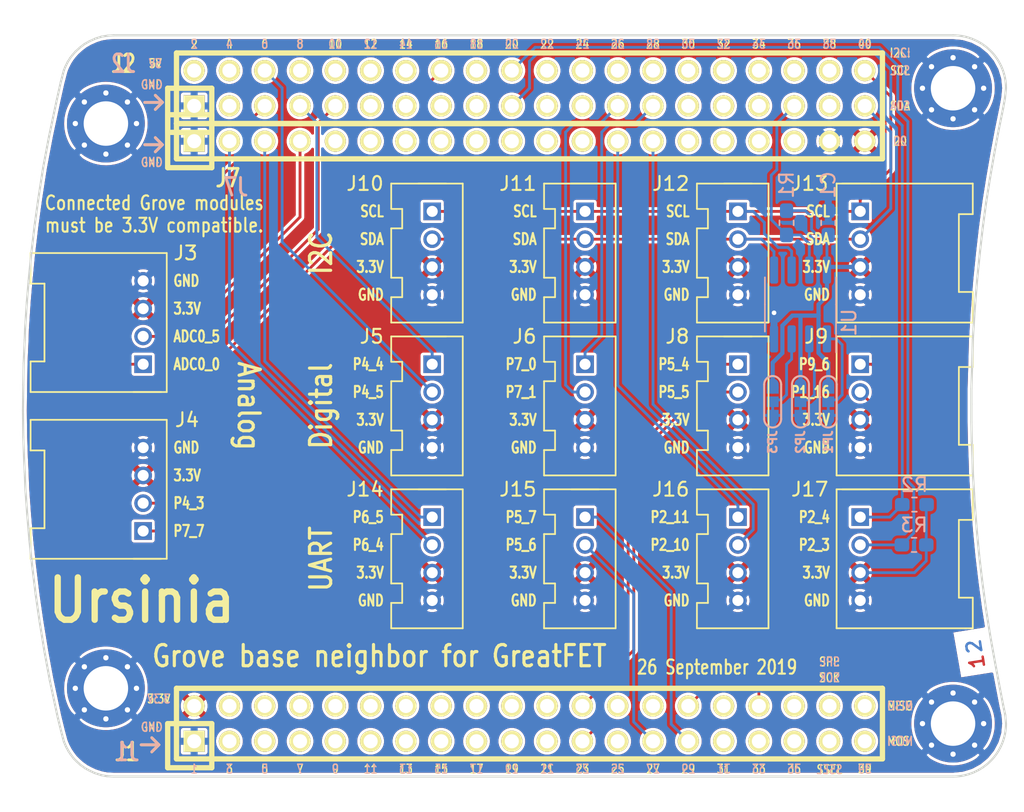
<source format=kicad_pcb>
(kicad_pcb (version 20171130) (host pcbnew 5.1.4)
  (title_block (title Ursinia) (date 2019-09-26))
  (layers (0 F.Cu signal) (31 B.Cu signal) (34 B.Paste user) (35 F.Paste user) (36 B.SilkS user) (37 F.SilkS user) (38 B.Mask user) (39 F.Mask user) (44 Edge.Cuts user))
  (net 0 "")
  (net 1 GND)
  (net 2 VCC)
  (net 3 /P4_9)
  (net 4 /P0_0)
  (net 5 /P4_10)
  (net 6 /P0_1)
  (net 7 /P1_0)
  (net 8 /P5_0)
  (net 9 /P5_1)
  (net 10 /P1_1)
  (net 11 /CLK0)
  (net 12 /P1_2)
  (net 13 /P1_5)
  (net 14 /P5_2)
  (net 15 /P1_7)
  (net 16 /P1_6)
  (net 17 /P1_9)
  (net 18 /P1_8)
  (net 19 /P5_3)
  (net 20 /P1_10)
  (net 21 /P1_12)
  (net 22 /P1_11)
  (net 23 /P5_5)
  (net 24 /P5_4)
  (net 25 /P1_14)
  (net 26 /P1_13)
  (net 27 /P5_6)
  (net 28 /P1_15)
  (net 29 /P5_7)
  (net 30 /P1_16)
  (net 31 /P1_18)
  (net 32 /P1_17)
  (net 33 /P9_5)
  (net 34 /P9_6)
  (net 35 /P2_0)
  (net 36 /P6_0)
  (net 37 /P1_20)
  (net 38 /P1_19)
  (net 39 /P1_4)
  (net 40 /P1_3)
  (net 41 /P4_8)
  (net 42 /P4_0)
  (net 43 /ADC0_0)
  (net 44 /P4_5)
  (net 45 /P4_4)
  (net 46 /P4_2)
  (net 47 /P4_3)
  (net 48 /P4_6)
  (net 49 /P4_7)
  (net 50 /CLK2)
  (net 51 /P2_8)
  (net 52 /P2_7)
  (net 53 /P2_6)
  (net 54 /P7_7)
  (net 55 /WAKEUP0)
  (net 56 /P2_5)
  (net 57 /P2_4)
  (net 58 /P2_3)
  (net 59 /PF_4)
  (net 60 /P3_2)
  (net 61 /P7_2)
  (net 62 /P3_1)
  (net 63 /P7_1)
  (net 64 /P3_0)
  (net 65 /P7_0)
  (net 66 /P3_4)
  (net 67 /P6_8)
  (net 68 /P3_7)
  (net 69 /P6_7)
  (net 70 /P3_3)
  (net 71 /P2_2)
  (net 72 /P6_6)
  (net 73 /P2_1)
  (net 74 /P6_3)
  (net 75 /P3_5)
  (net 76 /P3_6)
  (net 77 /I2C0_SDA)
  (net 78 /I2C0_SCL)
  (net 79 /P6_4)
  (net 80 /P6_5)
  (net 81 /ADC0_5)
  (net 82 /ADC0_2)
  (net 83 /P2_9)
  (net 84 /P2_12)
  (net 85 /P2_13)
  (net 86 /RTC_ALARM)
  (net 87 /RESET)
  (net 88 /VBAT)
  (net 89 /P2_11)
  (net 90 /P2_10)
  (net 91 /P6_10)
  (net 92 /P6_9)
  (net 93 /P6_2)
  (net 94 /P6_1)
  (net 95 /E0)
  (net 96 /E1)
  (net 97 /E2)
  (net 98 /RTCX1)
  (net 99 +5V)
  (module Resistor_SMD:R_0603_1608Metric_Pad1.05x0.95mm_HandSolder (layer B.Cu) (at 173.725 105.25 180)
    (fp_text reference R3 (at 0 1.43) (layer B.SilkS) (effects (justify mirror)))
    (fp_text value 2k)
    (pad 2 smd roundrect (at 0.875 0 180) (size 1.05 0.95) (layers B.Cu B.Paste B.Mask) (net 58 /P2_3))
    (pad 1 smd roundrect (at -0.875 0 180) (size 1.05 0.95) (layers B.Cu B.Paste B.Mask) (net 2 VCC))
  )
  (module Resistor_SMD:R_0603_1608Metric_Pad1.05x0.95mm_HandSolder (layer B.Cu) (at 173.75 102.35 180)
    (fp_text reference R2 (at 0 1.43) (layer B.SilkS) (effects (justify mirror)))
    (fp_text value 2k)
    (pad 2 smd roundrect (at 0.875 0 180) (size 1.05 0.95) (layers B.Cu B.Paste B.Mask) (net 57 /P2_4))
    (pad 1 smd roundrect (at -0.875 0 180) (size 1.05 0.95) (layers B.Cu B.Paste B.Mask) (net 2 VCC))
  )
  (module OPL_Connectors:HW4-2.0-90D (layer F.Cu) (at 173.05 106.25 270)
    (fp_text reference J17 (at -5 5.4 180) (layer F.SilkS) (effects (justify right)))
    (fp_text value GROVE-CONNECTOR-DIP_4P-2.0_)
    (pad 4 thru_hole circle (at 2.99974 3.2 270) (size 1.27 1.27) (drill 0.79756) (layers *.Cu *.Mask) (net 1 GND))
    (pad 3 thru_hole circle (at 0.99822 3.2 270) (size 1.27 1.27) (drill 0.79756) (layers *.Cu *.Mask) (net 2 VCC))
    (pad 2 thru_hole circle (at -0.99822 3.2 270) (size 1.27 1.27) (drill 0.79756) (layers *.Cu *.Mask) (net 58 /P2_3))
    (pad 1 thru_hole rect (at -2.99974 3.20012 270) (size 1.27 1.27) (drill 0.79756) (layers *.Cu *.Mask) (net 57 /P2_4))
  )
  (module OPL_Connectors:HW4-2.0 (layer F.Cu) (at 161.05 106.25 270)
    (fp_text reference J16 (at -5 3.4 180) (layer F.SilkS) (effects (justify right)))
    (fp_text value GROVE-CONNECTOR-DIP_4P-2.0_)
    (pad 4 thru_hole circle (at 2.99974 0 270) (size 1.27 1.27) (drill 0.79756) (layers *.Cu *.Mask) (net 1 GND))
    (pad 3 thru_hole circle (at 0.99822 0 270) (size 1.27 1.27) (drill 0.79756) (layers *.Cu *.Mask) (net 2 VCC))
    (pad 2 thru_hole circle (at -0.99822 0 270) (size 1.27 1.27) (drill 0.79756) (layers *.Cu *.Mask) (net 90 /P2_10))
    (pad 1 thru_hole rect (at -2.99974 0 270) (size 1.27 1.27) (drill 0.79756) (layers *.Cu *.Mask) (net 89 /P2_11))
  )
  (module OPL_Connectors:HW4-2.0 (layer F.Cu) (at 150.05 106.25 270)
    (fp_text reference J15 (at -5 3.4 180) (layer F.SilkS) (effects (justify right)))
    (fp_text value GROVE-CONNECTOR-DIP_4P-2.0_)
    (pad 4 thru_hole circle (at 2.99974 0 270) (size 1.27 1.27) (drill 0.79756) (layers *.Cu *.Mask) (net 1 GND))
    (pad 3 thru_hole circle (at 0.99822 0 270) (size 1.27 1.27) (drill 0.79756) (layers *.Cu *.Mask) (net 2 VCC))
    (pad 2 thru_hole circle (at -0.99822 0 270) (size 1.27 1.27) (drill 0.79756) (layers *.Cu *.Mask) (net 27 /P5_6))
    (pad 1 thru_hole rect (at -2.99974 0 270) (size 1.27 1.27) (drill 0.79756) (layers *.Cu *.Mask) (net 29 /P5_7))
  )
  (module OPL_Connectors:HW4-2.0 (layer F.Cu) (at 139.05 106.25 270)
    (fp_text reference J14 (at -5 3.4 180) (layer F.SilkS) (effects (justify right)))
    (fp_text value GROVE-CONNECTOR-DIP_4P-2.0_)
    (pad 4 thru_hole circle (at 2.99974 0 270) (size 1.27 1.27) (drill 0.79756) (layers *.Cu *.Mask) (net 1 GND))
    (pad 3 thru_hole circle (at 0.99822 0 270) (size 1.27 1.27) (drill 0.79756) (layers *.Cu *.Mask) (net 2 VCC))
    (pad 2 thru_hole circle (at -0.99822 0 270) (size 1.27 1.27) (drill 0.79756) (layers *.Cu *.Mask) (net 79 /P6_4))
    (pad 1 thru_hole rect (at -2.99974 0 270) (size 1.27 1.27) (drill 0.79756) (layers *.Cu *.Mask) (net 80 /P6_5))
  )
  (module OPL_Connectors:HW4-2.0-90D (layer F.Cu) (at 173.05 84.25 270)
    (fp_text reference J13 (at -5 5.4 180) (layer F.SilkS) (effects (justify right)))
    (fp_text value GROVE-CONNECTOR-DIP_4P-2.0_)
    (pad 1 thru_hole rect (at -2.99974 3.20012 270) (size 1.27 1.27) (drill 0.79756) (layers *.Cu *.Mask) (net 78 /I2C0_SCL))
    (pad 2 thru_hole circle (at -0.99822 3.2 270) (size 1.27 1.27) (drill 0.79756) (layers *.Cu *.Mask) (net 77 /I2C0_SDA))
    (pad 3 thru_hole circle (at 0.99822 3.2 270) (size 1.27 1.27) (drill 0.79756) (layers *.Cu *.Mask) (net 2 VCC))
    (pad 4 thru_hole circle (at 2.99974 3.2 270) (size 1.27 1.27) (drill 0.79756) (layers *.Cu *.Mask) (net 1 GND))
  )
  (module OPL_Connectors:HW4-2.0 (layer F.Cu) (at 161.05 84.25 270)
    (fp_text reference J12 (at -5 3.4 180) (layer F.SilkS) (effects (justify right)))
    (fp_text value GROVE-CONNECTOR-DIP_4P-2.0_)
    (pad 4 thru_hole circle (at 2.99974 0 270) (size 1.27 1.27) (drill 0.79756) (layers *.Cu *.Mask) (net 1 GND))
    (pad 3 thru_hole circle (at 0.99822 0 270) (size 1.27 1.27) (drill 0.79756) (layers *.Cu *.Mask) (net 2 VCC))
    (pad 2 thru_hole circle (at -0.99822 0 270) (size 1.27 1.27) (drill 0.79756) (layers *.Cu *.Mask) (net 77 /I2C0_SDA))
    (pad 1 thru_hole rect (at -2.99974 0 270) (size 1.27 1.27) (drill 0.79756) (layers *.Cu *.Mask) (net 78 /I2C0_SCL))
  )
  (module OPL_Connectors:HW4-2.0 (layer F.Cu) (at 150.05 84.25 270)
    (fp_text reference J11 (at -5 3.4 180) (layer F.SilkS) (effects (justify right)))
    (fp_text value GROVE-CONNECTOR-DIP_4P-2.0_)
    (pad 4 thru_hole circle (at 2.99974 0 270) (size 1.27 1.27) (drill 0.79756) (layers *.Cu *.Mask) (net 1 GND))
    (pad 3 thru_hole circle (at 0.99822 0 270) (size 1.27 1.27) (drill 0.79756) (layers *.Cu *.Mask) (net 2 VCC))
    (pad 2 thru_hole circle (at -0.99822 0 270) (size 1.27 1.27) (drill 0.79756) (layers *.Cu *.Mask) (net 77 /I2C0_SDA))
    (pad 1 thru_hole rect (at -2.99974 0 270) (size 1.27 1.27) (drill 0.79756) (layers *.Cu *.Mask) (net 78 /I2C0_SCL))
  )
  (module OPL_Connectors:HW4-2.0 (layer F.Cu) (at 139.05 84.25 270)
    (fp_text reference J10 (at -5 3.4 180) (layer F.SilkS) (effects (justify right)))
    (fp_text value GROVE-CONNECTOR-DIP_4P-2.0_)
    (pad 4 thru_hole circle (at 2.99974 0 270) (size 1.27 1.27) (drill 0.79756) (layers *.Cu *.Mask) (net 1 GND))
    (pad 3 thru_hole circle (at 0.99822 0 270) (size 1.27 1.27) (drill 0.79756) (layers *.Cu *.Mask) (net 2 VCC))
    (pad 2 thru_hole circle (at -0.99822 0 270) (size 1.27 1.27) (drill 0.79756) (layers *.Cu *.Mask) (net 77 /I2C0_SDA))
    (pad 1 thru_hole rect (at -2.99974 0 270) (size 1.27 1.27) (drill 0.79756) (layers *.Cu *.Mask) (net 78 /I2C0_SCL))
  )
  (module OPL_Connectors:HW4-2.0-90D (layer F.Cu) (at 173.05 95.25 270)
    (fp_text reference J9 (at -5 5.4 180) (layer F.SilkS) (effects (justify right)))
    (fp_text value GROVE-CONNECTOR-DIP_4P-2.0_)
    (pad 4 thru_hole circle (at 2.99974 3.2 270) (size 1.27 1.27) (drill 0.79756) (layers *.Cu *.Mask) (net 1 GND))
    (pad 3 thru_hole circle (at 0.99822 3.2 270) (size 1.27 1.27) (drill 0.79756) (layers *.Cu *.Mask) (net 2 VCC))
    (pad 2 thru_hole circle (at -0.99822 3.2 270) (size 1.27 1.27) (drill 0.79756) (layers *.Cu *.Mask) (net 30 /P1_16))
    (pad 1 thru_hole rect (at -2.99974 3.20012 270) (size 1.27 1.27) (drill 0.79756) (layers *.Cu *.Mask) (net 34 /P9_6))
  )
  (module OPL_Connectors:HW4-2.0 (layer F.Cu) (at 161.05 95.25 270)
    (fp_text reference J8 (at -5 3.4 180) (layer F.SilkS) (effects (justify right)))
    (fp_text value GROVE-CONNECTOR-DIP_4P-2.0_)
    (pad 4 thru_hole circle (at 2.99974 0 270) (size 1.27 1.27) (drill 0.79756) (layers *.Cu *.Mask) (net 1 GND))
    (pad 3 thru_hole circle (at 0.99822 0 270) (size 1.27 1.27) (drill 0.79756) (layers *.Cu *.Mask) (net 2 VCC))
    (pad 2 thru_hole circle (at -0.99822 0 270) (size 1.27 1.27) (drill 0.79756) (layers *.Cu *.Mask) (net 23 /P5_5))
    (pad 1 thru_hole rect (at -2.99974 0 270) (size 1.27 1.27) (drill 0.79756) (layers *.Cu *.Mask) (net 24 /P5_4))
  )
  (module OPL_Connectors:HW4-2.0 (layer F.Cu) (at 150.05 95.25 270)
    (fp_text reference J6 (at -5 3.4 180) (layer F.SilkS) (effects (justify right)))
    (fp_text value GROVE-CONNECTOR-DIP_4P-2.0_)
    (pad 4 thru_hole circle (at 2.99974 0 270) (size 1.27 1.27) (drill 0.79756) (layers *.Cu *.Mask) (net 1 GND))
    (pad 3 thru_hole circle (at 0.99822 0 270) (size 1.27 1.27) (drill 0.79756) (layers *.Cu *.Mask) (net 2 VCC))
    (pad 2 thru_hole circle (at -0.99822 0 270) (size 1.27 1.27) (drill 0.79756) (layers *.Cu *.Mask) (net 63 /P7_1))
    (pad 1 thru_hole rect (at -2.99974 0 270) (size 1.27 1.27) (drill 0.79756) (layers *.Cu *.Mask) (net 65 /P7_0))
  )
  (module OPL_Connectors:HW4-2.0 (layer F.Cu) (at 139.05 95.25 270)
    (fp_text reference J5 (at -5 3.4 180) (layer F.SilkS) (effects (justify right)))
    (fp_text value GROVE-CONNECTOR-DIP_4P-2.0_)
    (pad 4 thru_hole circle (at 2.99974 0 270) (size 1.27 1.27) (drill 0.79756) (layers *.Cu *.Mask) (net 1 GND))
    (pad 3 thru_hole circle (at 0.99822 0 270) (size 1.27 1.27) (drill 0.79756) (layers *.Cu *.Mask) (net 2 VCC))
    (pad 2 thru_hole circle (at -0.99822 0 270) (size 1.27 1.27) (drill 0.79756) (layers *.Cu *.Mask) (net 44 /P4_5))
    (pad 1 thru_hole rect (at -2.99974 0 270) (size 1.27 1.27) (drill 0.79756) (layers *.Cu *.Mask) (net 45 /P4_4))
  )
  (module OPL_Connectors:HW4-2.0-90D (layer F.Cu) (at 115.05 101.25 90)
    (fp_text reference J4 (at 5 5.4 180) (layer F.SilkS) (effects (justify left)))
    (fp_text value GROVE-CONNECTOR-DIP_4P-2.0_)
    (pad 4 thru_hole circle (at 2.99974 3.2 90) (size 1.27 1.27) (drill 0.79756) (layers *.Cu *.Mask) (net 1 GND))
    (pad 3 thru_hole circle (at 0.99822 3.2 90) (size 1.27 1.27) (drill 0.79756) (layers *.Cu *.Mask) (net 2 VCC))
    (pad 2 thru_hole circle (at -0.99822 3.2 90) (size 1.27 1.27) (drill 0.79756) (layers *.Cu *.Mask) (net 47 /P4_3))
    (pad 1 thru_hole rect (at -2.99974 3.20012 90) (size 1.27 1.27) (drill 0.79756) (layers *.Cu *.Mask) (net 54 /P7_7))
  )
  (module OPL_Connectors:HW4-2.0-90D (layer F.Cu) (at 115.05 89.25 90)
    (fp_text reference J3 (at 5 5.3 180) (layer F.SilkS) (effects (justify left)))
    (fp_text value GROVE-CONNECTOR-DIP_4P-2.0_)
    (pad 4 thru_hole circle (at 2.99974 3.2 90) (size 1.27 1.27) (drill 0.79756) (layers *.Cu *.Mask) (net 1 GND))
    (pad 3 thru_hole circle (at 0.99822 3.2 90) (size 1.27 1.27) (drill 0.79756) (layers *.Cu *.Mask) (net 2 VCC))
    (pad 2 thru_hole circle (at -0.99822 3.2 90) (size 1.27 1.27) (drill 0.79756) (layers *.Cu *.Mask) (net 81 /ADC0_5))
    (pad 1 thru_hole rect (at -2.99974 3.20012 90) (size 1.27 1.27) (drill 0.79756) (layers *.Cu *.Mask) (net 43 /ADC0_0))
  )
  (module neighbor:0603-JUMPER-3-BRIDGED12 (layer B.Cu) (at 165.55 94.95 90)
    (fp_text reference JP2 (at -2.9 0 90) (layer B.SilkS) (effects (font (size 0.6096 0.6096) (thickness 0.1524)) (justify mirror)))
    (fp_text value Jumper_3_Bridged12 hide)
    (pad "" smd rect (at -0.5 0 90) (size 0.762 0.2032) (layers B.Cu B.Mask))
    (pad 2 smd rect (at 0 0 90) (size 0.762 0.8636) (layers B.Cu B.Mask) (net 96 /E1))
    (pad 3 smd oval (at 1.1271 0 90) (size 1.0922 0.8636) (layers B.Cu B.Mask) (net 2 VCC))
    (pad 1 smd rect (at -0.835 0 90) (size 0.508 0.8636) (layers B.Cu B.Mask) (net 1 GND))
    (pad 3 smd rect (at 0.835 0 90) (size 0.508 0.8636) (layers B.Cu B.Mask) (net 2 VCC))
    (pad 1 smd oval (at -1.1271 0 90) (size 1.0922 0.8636) (layers B.Cu B.Mask) (net 1 GND))
  )
  (module Capacitor_SMD:C_0603_1608Metric_Pad1.05x0.95mm_HandSolder (layer B.Cu) (at 167.55 82.075 270)
    (fp_text reference C1 (at -2.725 0 90) (layer B.SilkS) (effects (justify mirror)))
    (fp_text value 100nF)
    (pad 2 smd roundrect (at 0.875 0 270) (size 1.05 0.95) (layers B.Cu B.Paste B.Mask) (net 2 VCC))
    (pad 1 smd roundrect (at -0.875 0 270) (size 1.05 0.95) (layers B.Cu B.Paste B.Mask) (net 1 GND))
  )
  (module Resistor_SMD:R_0603_1608Metric_Pad1.05x0.95mm_HandSolder (layer B.Cu) (at 164.55 82.075 90)
    (fp_text reference R1 (at 2.725 0 90) (layer B.SilkS) (effects (justify mirror)))
    (fp_text value 10k)
    (pad 2 smd roundrect (at 0.875 0 90) (size 1.05 0.95) (layers B.Cu B.Paste B.Mask) (net 2 VCC))
    (pad 1 smd roundrect (at -0.875 0 90) (size 1.05 0.95) (layers B.Cu B.Paste B.Mask) (net 73 /P2_1))
  )
  (module neighbor:0603-JUMPER-3-BRIDGED12 (layer B.Cu) (at 163.55 94.95 90)
    (fp_text reference JP3 (at -2.9 0 90) (layer B.SilkS) (effects (font (size 0.6096 0.6096) (thickness 0.1524)) (justify mirror)))
    (fp_text value Jumper_3_Bridged12 hide)
    (pad "" smd rect (at -0.5 0 90) (size 0.762 0.2032) (layers B.Cu B.Mask))
    (pad 2 smd rect (at 0 0 90) (size 0.762 0.8636) (layers B.Cu B.Mask) (net 97 /E2))
    (pad 3 smd oval (at 1.1271 0 90) (size 1.0922 0.8636) (layers B.Cu B.Mask) (net 2 VCC))
    (pad 1 smd rect (at -0.835 0 90) (size 0.508 0.8636) (layers B.Cu B.Mask) (net 1 GND))
    (pad 3 smd rect (at 0.835 0 90) (size 0.508 0.8636) (layers B.Cu B.Mask) (net 2 VCC))
    (pad 1 smd oval (at -1.1271 0 90) (size 1.0922 0.8636) (layers B.Cu B.Mask) (net 1 GND))
  )
  (module neighbor:0603-JUMPER-3-BRIDGED12 (layer B.Cu) (at 167.55 94.95 90)
    (fp_text reference JP1 (at -2.9 0 90) (layer B.SilkS) (effects (font (size 0.6096 0.6096) (thickness 0.1524)) (justify mirror)))
    (fp_text value Jumper_3_Bridged12 hide)
    (pad "" smd rect (at -0.5 0 90) (size 0.762 0.2032) (layers B.Cu B.Mask))
    (pad 2 smd rect (at 0 0 90) (size 0.762 0.8636) (layers B.Cu B.Mask) (net 95 /E0))
    (pad 3 smd oval (at 1.1271 0 90) (size 1.0922 0.8636) (layers B.Cu B.Mask) (net 2 VCC))
    (pad 1 smd rect (at -0.835 0 90) (size 0.508 0.8636) (layers B.Cu B.Mask) (net 1 GND))
    (pad 3 smd rect (at 0.835 0 90) (size 0.508 0.8636) (layers B.Cu B.Mask) (net 2 VCC))
    (pad 1 smd oval (at -1.1271 0 90) (size 1.0922 0.8636) (layers B.Cu B.Mask) (net 1 GND))
  )
  (module Package_SO:SOIC-8_3.9x4.9mm_P1.27mm (layer B.Cu) (at 165.55 87.95 90)
    (fp_text reference U1 (at -1.3 3.5 90) (layer B.SilkS) (effects (justify mirror)))
    (fp_text value M24C02-FMN6TP)
    (pad 8 smd roundrect (at 2.475 1.905 90) (size 1.95 0.6) (layers B.Cu B.Paste B.Mask) (net 2 VCC))
    (pad 7 smd roundrect (at 2.475 0.635 90) (size 1.95 0.6) (layers B.Cu B.Paste B.Mask) (net 73 /P2_1))
    (pad 6 smd roundrect (at 2.475 -0.635 90) (size 1.95 0.6) (layers B.Cu B.Paste B.Mask) (net 78 /I2C0_SCL))
    (pad 5 smd roundrect (at 2.475 -1.905 90) (size 1.95 0.6) (layers B.Cu B.Paste B.Mask) (net 77 /I2C0_SDA))
    (pad 4 smd roundrect (at -2.475 -1.905 90) (size 1.95 0.6) (layers B.Cu B.Paste B.Mask) (net 1 GND))
    (pad 3 smd roundrect (at -2.475 -0.635 90) (size 1.95 0.6) (layers B.Cu B.Paste B.Mask) (net 97 /E2))
    (pad 2 smd roundrect (at -2.475 0.635 90) (size 1.95 0.6) (layers B.Cu B.Paste B.Mask) (net 96 /E1))
    (pad 1 smd roundrect (at -2.475 1.905 90) (size 1.95 0.6) (layers B.Cu B.Paste B.Mask) (net 95 /E0))
  )
  (module neighbor:HEADER-1x20 (layer F.Cu) (at 146.05 76.2)
    (fp_text reference J7 hide)
    (fp_text value BONUS_ROW hide)
    (pad 1 thru_hole rect (at -24.13 0) (size 1.524 1.524) (drill 1.016) (layers *.Cu *.Mask F.SilkS) (net 1 GND))
    (pad 2 thru_hole circle (at -21.59 0) (size 1.524 1.524) (drill 1.016) (layers *.Cu *.Mask F.SilkS) (net 79 /P6_4))
    (pad 3 thru_hole circle (at -19.05 0) (size 1.524 1.524) (drill 1.016) (layers *.Cu *.Mask F.SilkS) (net 80 /P6_5))
    (pad 4 thru_hole circle (at -16.51 0) (size 1.524 1.524) (drill 1.016) (layers *.Cu *.Mask F.SilkS) (net 81 /ADC0_5))
    (pad 5 thru_hole circle (at -13.97 0) (size 1.524 1.524) (drill 1.016) (layers *.Cu *.Mask F.SilkS) (net 82 /ADC0_2))
    (pad 6 thru_hole circle (at -11.43 0) (size 1.524 1.524) (drill 1.016) (layers *.Cu *.Mask F.SilkS) (net 83 /P2_9))
    (pad 7 thru_hole circle (at -8.89 0) (size 1.524 1.524) (drill 1.016) (layers *.Cu *.Mask F.SilkS) (net 84 /P2_12))
    (pad 8 thru_hole circle (at -6.35 0) (size 1.524 1.524) (drill 1.016) (layers *.Cu *.Mask F.SilkS) (net 85 /P2_13))
    (pad 9 thru_hole circle (at -3.81 0) (size 1.524 1.524) (drill 1.016) (layers *.Cu *.Mask F.SilkS) (net 86 /RTC_ALARM))
    (pad 10 thru_hole circle (at -1.27 0) (size 1.524 1.524) (drill 1.016) (layers *.Cu *.Mask F.SilkS) (net 98 /RTCX1))
    (pad 11 thru_hole circle (at 1.27 0) (size 1.524 1.524) (drill 1.016) (layers *.Cu *.Mask F.SilkS) (net 87 /RESET))
    (pad 12 thru_hole circle (at 3.81 0) (size 1.524 1.524) (drill 1.016) (layers *.Cu *.Mask F.SilkS) (net 88 /VBAT))
    (pad 13 thru_hole circle (at 6.35 0) (size 1.524 1.524) (drill 1.016) (layers *.Cu *.Mask F.SilkS) (net 89 /P2_11))
    (pad 14 thru_hole circle (at 8.89 0) (size 1.524 1.524) (drill 1.016) (layers *.Cu *.Mask F.SilkS) (net 90 /P2_10))
    (pad 15 thru_hole circle (at 11.43 0) (size 1.524 1.524) (drill 1.016) (layers *.Cu *.Mask F.SilkS) (net 91 /P6_10))
    (pad 16 thru_hole circle (at 13.97 0) (size 1.524 1.524) (drill 1.016) (layers *.Cu *.Mask F.SilkS) (net 92 /P6_9))
    (pad 17 thru_hole circle (at 16.51 0) (size 1.524 1.524) (drill 1.016) (layers *.Cu *.Mask F.SilkS) (net 93 /P6_2))
    (pad 18 thru_hole circle (at 19.05 0) (size 1.524 1.524) (drill 1.016) (layers *.Cu *.Mask F.SilkS) (net 94 /P6_1))
    (pad 19 thru_hole circle (at 21.59 0) (size 1.524 1.524) (drill 1.016) (layers *.Cu *.Mask F.SilkS) (net 1 GND))
    (pad 20 thru_hole circle (at 24.13 0) (size 1.524 1.524) (drill 1.016) (layers *.Cu *.Mask F.SilkS) (net 2 VCC))
  )
  (module neighbor:HEADER-2x20 (layer F.Cu) (at 146.05 118.11)
    (fp_text reference J1 hide)
    (fp_text value NEIGHBOR1 hide)
    (pad 1 thru_hole rect (at -24.13 1.27) (size 1.524 1.524) (drill 1.016) (layers *.Cu *.Mask F.SilkS) (net 1 GND))
    (pad 2 thru_hole circle (at -24.13 -1.27) (size 1.524 1.524) (drill 1.016) (layers *.Cu *.Mask F.SilkS) (net 2 VCC))
    (pad 3 thru_hole circle (at -21.59 1.27) (size 1.524 1.524) (drill 1.016) (layers *.Cu *.Mask F.SilkS) (net 3 /P4_9))
    (pad 4 thru_hole circle (at -21.59 -1.27) (size 1.524 1.524) (drill 1.016) (layers *.Cu *.Mask F.SilkS) (net 4 /P0_0))
    (pad 5 thru_hole circle (at -19.05 1.27) (size 1.524 1.524) (drill 1.016) (layers *.Cu *.Mask F.SilkS) (net 5 /P4_10))
    (pad 6 thru_hole circle (at -19.05 -1.27) (size 1.524 1.524) (drill 1.016) (layers *.Cu *.Mask F.SilkS) (net 6 /P0_1))
    (pad 7 thru_hole circle (at -16.51 1.27) (size 1.524 1.524) (drill 1.016) (layers *.Cu *.Mask F.SilkS) (net 7 /P1_0))
    (pad 8 thru_hole circle (at -16.51 -1.27) (size 1.524 1.524) (drill 1.016) (layers *.Cu *.Mask F.SilkS) (net 8 /P5_0))
    (pad 9 thru_hole circle (at -13.97 1.27) (size 1.524 1.524) (drill 1.016) (layers *.Cu *.Mask F.SilkS) (net 9 /P5_1))
    (pad 10 thru_hole circle (at -13.97 -1.27) (size 1.524 1.524) (drill 1.016) (layers *.Cu *.Mask F.SilkS) (net 10 /P1_1))
    (pad 11 thru_hole circle (at -11.43 1.27) (size 1.524 1.524) (drill 1.016) (layers *.Cu *.Mask F.SilkS) (net 11 /CLK0))
    (pad 12 thru_hole circle (at -11.43 -1.27) (size 1.524 1.524) (drill 1.016) (layers *.Cu *.Mask F.SilkS) (net 12 /P1_2))
    (pad 13 thru_hole circle (at -8.89 1.27) (size 1.524 1.524) (drill 1.016) (layers *.Cu *.Mask F.SilkS) (net 13 /P1_5))
    (pad 14 thru_hole circle (at -8.89 -1.27) (size 1.524 1.524) (drill 1.016) (layers *.Cu *.Mask F.SilkS) (net 14 /P5_2))
    (pad 15 thru_hole circle (at -6.35 1.27) (size 1.524 1.524) (drill 1.016) (layers *.Cu *.Mask F.SilkS) (net 15 /P1_7))
    (pad 16 thru_hole circle (at -6.35 -1.27) (size 1.524 1.524) (drill 1.016) (layers *.Cu *.Mask F.SilkS) (net 16 /P1_6))
    (pad 17 thru_hole circle (at -3.81 1.27) (size 1.524 1.524) (drill 1.016) (layers *.Cu *.Mask F.SilkS) (net 17 /P1_9))
    (pad 18 thru_hole circle (at -3.81 -1.27) (size 1.524 1.524) (drill 1.016) (layers *.Cu *.Mask F.SilkS) (net 18 /P1_8))
    (pad 19 thru_hole circle (at -1.27 1.27) (size 1.524 1.524) (drill 1.016) (layers *.Cu *.Mask F.SilkS) (net 19 /P5_3))
    (pad 20 thru_hole circle (at -1.27 -1.27) (size 1.524 1.524) (drill 1.016) (layers *.Cu *.Mask F.SilkS) (net 20 /P1_10))
    (pad 21 thru_hole circle (at 1.27 1.27) (size 1.524 1.524) (drill 1.016) (layers *.Cu *.Mask F.SilkS) (net 21 /P1_12))
    (pad 22 thru_hole circle (at 1.27 -1.27) (size 1.524 1.524) (drill 1.016) (layers *.Cu *.Mask F.SilkS) (net 22 /P1_11))
    (pad 23 thru_hole circle (at 3.81 1.27) (size 1.524 1.524) (drill 1.016) (layers *.Cu *.Mask F.SilkS) (net 23 /P5_5))
    (pad 24 thru_hole circle (at 3.81 -1.27) (size 1.524 1.524) (drill 1.016) (layers *.Cu *.Mask F.SilkS) (net 24 /P5_4))
    (pad 25 thru_hole circle (at 6.35 1.27) (size 1.524 1.524) (drill 1.016) (layers *.Cu *.Mask F.SilkS) (net 25 /P1_14))
    (pad 26 thru_hole circle (at 6.35 -1.27) (size 1.524 1.524) (drill 1.016) (layers *.Cu *.Mask F.SilkS) (net 26 /P1_13))
    (pad 27 thru_hole circle (at 8.89 1.27) (size 1.524 1.524) (drill 1.016) (layers *.Cu *.Mask F.SilkS) (net 27 /P5_6))
    (pad 28 thru_hole circle (at 8.89 -1.27) (size 1.524 1.524) (drill 1.016) (layers *.Cu *.Mask F.SilkS) (net 28 /P1_15))
    (pad 29 thru_hole circle (at 11.43 1.27) (size 1.524 1.524) (drill 1.016) (layers *.Cu *.Mask F.SilkS) (net 29 /P5_7))
    (pad 30 thru_hole circle (at 11.43 -1.27) (size 1.524 1.524) (drill 1.016) (layers *.Cu *.Mask F.SilkS) (net 30 /P1_16))
    (pad 31 thru_hole circle (at 13.97 1.27) (size 1.524 1.524) (drill 1.016) (layers *.Cu *.Mask F.SilkS) (net 31 /P1_18))
    (pad 32 thru_hole circle (at 13.97 -1.27) (size 1.524 1.524) (drill 1.016) (layers *.Cu *.Mask F.SilkS) (net 32 /P1_17))
    (pad 33 thru_hole circle (at 16.51 1.27) (size 1.524 1.524) (drill 1.016) (layers *.Cu *.Mask F.SilkS) (net 33 /P9_5))
    (pad 34 thru_hole circle (at 16.51 -1.27) (size 1.524 1.524) (drill 1.016) (layers *.Cu *.Mask F.SilkS) (net 34 /P9_6))
    (pad 35 thru_hole circle (at 19.05 1.27) (size 1.524 1.524) (drill 1.016) (layers *.Cu *.Mask F.SilkS) (net 35 /P2_0))
    (pad 36 thru_hole circle (at 19.05 -1.27) (size 1.524 1.524) (drill 1.016) (layers *.Cu *.Mask F.SilkS) (net 36 /P6_0))
    (pad 37 thru_hole circle (at 21.59 1.27) (size 1.524 1.524) (drill 1.016) (layers *.Cu *.Mask F.SilkS) (net 37 /P1_20))
    (pad 38 thru_hole circle (at 21.59 -1.27) (size 1.524 1.524) (drill 1.016) (layers *.Cu *.Mask F.SilkS) (net 38 /P1_19))
    (pad 39 thru_hole circle (at 24.13 1.27) (size 1.524 1.524) (drill 1.016) (layers *.Cu *.Mask F.SilkS) (net 39 /P1_4))
    (pad 40 thru_hole circle (at 24.13 -1.27) (size 1.524 1.524) (drill 1.016) (layers *.Cu *.Mask F.SilkS) (net 40 /P1_3))
  )
  (module neighbor:HEADER-2x20 (layer F.Cu) (at 146.05 72.39)
    (fp_text reference J2 hide)
    (fp_text value NEIGHBOR2 hide)
    (pad 1 thru_hole rect (at -24.13 1.27) (size 1.524 1.524) (drill 1.016) (layers *.Cu *.Mask F.SilkS) (net 1 GND))
    (pad 2 thru_hole circle (at -24.13 -1.27) (size 1.524 1.524) (drill 1.016) (layers *.Cu *.Mask F.SilkS) (net 99 +5V))
    (pad 3 thru_hole circle (at -21.59 1.27) (size 1.524 1.524) (drill 1.016) (layers *.Cu *.Mask F.SilkS) (net 41 /P4_8))
    (pad 4 thru_hole circle (at -21.59 -1.27) (size 1.524 1.524) (drill 1.016) (layers *.Cu *.Mask F.SilkS) (net 42 /P4_0))
    (pad 5 thru_hole circle (at -19.05 1.27) (size 1.524 1.524) (drill 1.016) (layers *.Cu *.Mask F.SilkS) (net 43 /ADC0_0))
    (pad 6 thru_hole circle (at -19.05 -1.27) (size 1.524 1.524) (drill 1.016) (layers *.Cu *.Mask F.SilkS) (net 44 /P4_5))
    (pad 7 thru_hole circle (at -16.51 1.27) (size 1.524 1.524) (drill 1.016) (layers *.Cu *.Mask F.SilkS) (net 45 /P4_4))
    (pad 8 thru_hole circle (at -16.51 -1.27) (size 1.524 1.524) (drill 1.016) (layers *.Cu *.Mask F.SilkS) (net 46 /P4_2))
    (pad 9 thru_hole circle (at -13.97 1.27) (size 1.524 1.524) (drill 1.016) (layers *.Cu *.Mask F.SilkS) (net 47 /P4_3))
    (pad 10 thru_hole circle (at -13.97 -1.27) (size 1.524 1.524) (drill 1.016) (layers *.Cu *.Mask F.SilkS) (net 48 /P4_6))
    (pad 11 thru_hole circle (at -11.43 1.27) (size 1.524 1.524) (drill 1.016) (layers *.Cu *.Mask F.SilkS) (net 49 /P4_7))
    (pad 12 thru_hole circle (at -11.43 -1.27) (size 1.524 1.524) (drill 1.016) (layers *.Cu *.Mask F.SilkS) (net 50 /CLK2))
    (pad 13 thru_hole circle (at -8.89 1.27) (size 1.524 1.524) (drill 1.016) (layers *.Cu *.Mask F.SilkS) (net 51 /P2_8))
    (pad 14 thru_hole circle (at -8.89 -1.27) (size 1.524 1.524) (drill 1.016) (layers *.Cu *.Mask F.SilkS) (net 52 /P2_7))
    (pad 15 thru_hole circle (at -6.35 1.27) (size 1.524 1.524) (drill 1.016) (layers *.Cu *.Mask F.SilkS) (net 53 /P2_6))
    (pad 16 thru_hole circle (at -6.35 -1.27) (size 1.524 1.524) (drill 1.016) (layers *.Cu *.Mask F.SilkS) (net 54 /P7_7))
    (pad 17 thru_hole circle (at -3.81 1.27) (size 1.524 1.524) (drill 1.016) (layers *.Cu *.Mask F.SilkS) (net 55 /WAKEUP0))
    (pad 18 thru_hole circle (at -3.81 -1.27) (size 1.524 1.524) (drill 1.016) (layers *.Cu *.Mask F.SilkS) (net 56 /P2_5))
    (pad 19 thru_hole circle (at -1.27 1.27) (size 1.524 1.524) (drill 1.016) (layers *.Cu *.Mask F.SilkS) (net 57 /P2_4))
    (pad 20 thru_hole circle (at -1.27 -1.27) (size 1.524 1.524) (drill 1.016) (layers *.Cu *.Mask F.SilkS) (net 58 /P2_3))
    (pad 21 thru_hole circle (at 1.27 1.27) (size 1.524 1.524) (drill 1.016) (layers *.Cu *.Mask F.SilkS) (net 59 /PF_4))
    (pad 22 thru_hole circle (at 1.27 -1.27) (size 1.524 1.524) (drill 1.016) (layers *.Cu *.Mask F.SilkS) (net 60 /P3_2))
    (pad 23 thru_hole circle (at 3.81 1.27) (size 1.524 1.524) (drill 1.016) (layers *.Cu *.Mask F.SilkS) (net 61 /P7_2))
    (pad 24 thru_hole circle (at 3.81 -1.27) (size 1.524 1.524) (drill 1.016) (layers *.Cu *.Mask F.SilkS) (net 62 /P3_1))
    (pad 25 thru_hole circle (at 6.35 1.27) (size 1.524 1.524) (drill 1.016) (layers *.Cu *.Mask F.SilkS) (net 63 /P7_1))
    (pad 26 thru_hole circle (at 6.35 -1.27) (size 1.524 1.524) (drill 1.016) (layers *.Cu *.Mask F.SilkS) (net 64 /P3_0))
    (pad 27 thru_hole circle (at 8.89 1.27) (size 1.524 1.524) (drill 1.016) (layers *.Cu *.Mask F.SilkS) (net 65 /P7_0))
    (pad 28 thru_hole circle (at 8.89 -1.27) (size 1.524 1.524) (drill 1.016) (layers *.Cu *.Mask F.SilkS) (net 66 /P3_4))
    (pad 29 thru_hole circle (at 11.43 1.27) (size 1.524 1.524) (drill 1.016) (layers *.Cu *.Mask F.SilkS) (net 67 /P6_8))
    (pad 30 thru_hole circle (at 11.43 -1.27) (size 1.524 1.524) (drill 1.016) (layers *.Cu *.Mask F.SilkS) (net 68 /P3_7))
    (pad 31 thru_hole circle (at 13.97 1.27) (size 1.524 1.524) (drill 1.016) (layers *.Cu *.Mask F.SilkS) (net 69 /P6_7))
    (pad 32 thru_hole circle (at 13.97 -1.27) (size 1.524 1.524) (drill 1.016) (layers *.Cu *.Mask F.SilkS) (net 70 /P3_3))
    (pad 33 thru_hole circle (at 16.51 1.27) (size 1.524 1.524) (drill 1.016) (layers *.Cu *.Mask F.SilkS) (net 71 /P2_2))
    (pad 34 thru_hole circle (at 16.51 -1.27) (size 1.524 1.524) (drill 1.016) (layers *.Cu *.Mask F.SilkS) (net 72 /P6_6))
    (pad 35 thru_hole circle (at 19.05 1.27) (size 1.524 1.524) (drill 1.016) (layers *.Cu *.Mask F.SilkS) (net 73 /P2_1))
    (pad 36 thru_hole circle (at 19.05 -1.27) (size 1.524 1.524) (drill 1.016) (layers *.Cu *.Mask F.SilkS) (net 74 /P6_3))
    (pad 37 thru_hole circle (at 21.59 1.27) (size 1.524 1.524) (drill 1.016) (layers *.Cu *.Mask F.SilkS) (net 75 /P3_5))
    (pad 38 thru_hole circle (at 21.59 -1.27) (size 1.524 1.524) (drill 1.016) (layers *.Cu *.Mask F.SilkS) (net 76 /P3_6))
    (pad 39 thru_hole circle (at 24.13 1.27) (size 1.524 1.524) (drill 1.016) (layers *.Cu *.Mask F.SilkS) (net 77 /I2C0_SDA))
    (pad 40 thru_hole circle (at 24.13 -1.27) (size 1.524 1.524) (drill 1.016) (layers *.Cu *.Mask F.SilkS) (net 78 /I2C0_SCL))
  )
  (module neighbor:HOLE126MIL-COPPER (layer F.Cu) (at 115.57 74.93)
    (fp_text reference MH1 hide)
    (fp_text value MOUNTING_HOLE hide)
    (pad 1 thru_hole circle (at 0 0) (size 5.6 5.6) (drill 3.2004) (layers *.Cu *.Mask) (net 1 GND))
    (pad 1 thru_hole circle (at 0 -2.2) (size 0.6 0.6) (drill 0.381) (layers *.Cu *.Mask) (net 1 GND))
    (pad 1 thru_hole circle (at -2.2 0) (size 0.6 0.6) (drill 0.381) (layers *.Cu *.Mask) (net 1 GND))
    (pad 1 thru_hole circle (at 0 2.2) (size 0.6 0.6) (drill 0.381) (layers *.Cu *.Mask) (net 1 GND))
    (pad 1 thru_hole circle (at 2.2 0) (size 0.6 0.6) (drill 0.381) (layers *.Cu *.Mask) (net 1 GND))
    (pad 1 thru_hole circle (at 1.55 -1.55) (size 0.6 0.6) (drill 0.381) (layers *.Cu *.Mask) (net 1 GND))
    (pad 1 thru_hole circle (at -1.55 -1.55) (size 0.6 0.6) (drill 0.381) (layers *.Cu *.Mask) (net 1 GND))
    (pad 1 thru_hole circle (at -1.55 1.55) (size 0.6 0.6) (drill 0.381) (layers *.Cu *.Mask) (net 1 GND))
    (pad 1 thru_hole circle (at 1.55 1.55) (size 0.6 0.6) (drill 0.381) (layers *.Cu *.Mask) (net 1 GND))
  )
  (module neighbor:HOLE126MIL-COPPER (layer F.Cu) (at 115.57 115.57)
    (fp_text reference MH2 hide)
    (fp_text value MOUNTING_HOLE hide)
    (pad 1 thru_hole circle (at 0 0) (size 5.6 5.6) (drill 3.2004) (layers *.Cu *.Mask) (net 1 GND))
    (pad 1 thru_hole circle (at 0 -2.2) (size 0.6 0.6) (drill 0.381) (layers *.Cu *.Mask) (net 1 GND))
    (pad 1 thru_hole circle (at -2.2 0) (size 0.6 0.6) (drill 0.381) (layers *.Cu *.Mask) (net 1 GND))
    (pad 1 thru_hole circle (at 0 2.2) (size 0.6 0.6) (drill 0.381) (layers *.Cu *.Mask) (net 1 GND))
    (pad 1 thru_hole circle (at 2.2 0) (size 0.6 0.6) (drill 0.381) (layers *.Cu *.Mask) (net 1 GND))
    (pad 1 thru_hole circle (at 1.55 -1.55) (size 0.6 0.6) (drill 0.381) (layers *.Cu *.Mask) (net 1 GND))
    (pad 1 thru_hole circle (at -1.55 -1.55) (size 0.6 0.6) (drill 0.381) (layers *.Cu *.Mask) (net 1 GND))
    (pad 1 thru_hole circle (at -1.55 1.55) (size 0.6 0.6) (drill 0.381) (layers *.Cu *.Mask) (net 1 GND))
    (pad 1 thru_hole circle (at 1.55 1.55) (size 0.6 0.6) (drill 0.381) (layers *.Cu *.Mask) (net 1 GND))
  )
  (module neighbor:HOLE126MIL-COPPER (layer F.Cu) (at 176.53 118.11)
    (fp_text reference MH3 hide)
    (fp_text value MOUNTING_HOLE hide)
    (pad 1 thru_hole circle (at 0 0) (size 5.6 5.6) (drill 3.2004) (layers *.Cu *.Mask) (net 1 GND))
    (pad 1 thru_hole circle (at 0 -2.2) (size 0.6 0.6) (drill 0.381) (layers *.Cu *.Mask) (net 1 GND))
    (pad 1 thru_hole circle (at -2.2 0) (size 0.6 0.6) (drill 0.381) (layers *.Cu *.Mask) (net 1 GND))
    (pad 1 thru_hole circle (at 0 2.2) (size 0.6 0.6) (drill 0.381) (layers *.Cu *.Mask) (net 1 GND))
    (pad 1 thru_hole circle (at 2.2 0) (size 0.6 0.6) (drill 0.381) (layers *.Cu *.Mask) (net 1 GND))
    (pad 1 thru_hole circle (at 1.55 -1.55) (size 0.6 0.6) (drill 0.381) (layers *.Cu *.Mask) (net 1 GND))
    (pad 1 thru_hole circle (at -1.55 -1.55) (size 0.6 0.6) (drill 0.381) (layers *.Cu *.Mask) (net 1 GND))
    (pad 1 thru_hole circle (at -1.55 1.55) (size 0.6 0.6) (drill 0.381) (layers *.Cu *.Mask) (net 1 GND))
    (pad 1 thru_hole circle (at 1.55 1.55) (size 0.6 0.6) (drill 0.381) (layers *.Cu *.Mask) (net 1 GND))
  )
  (module neighbor:HOLE126MIL-COPPER (layer F.Cu) (at 176.53 72.39)
    (fp_text reference MH4 hide)
    (fp_text value MOUNTING_HOLE hide)
    (pad 1 thru_hole circle (at 0 0) (size 5.6 5.6) (drill 3.2004) (layers *.Cu *.Mask) (net 1 GND))
    (pad 1 thru_hole circle (at 0 -2.2) (size 0.6 0.6) (drill 0.381) (layers *.Cu *.Mask) (net 1 GND))
    (pad 1 thru_hole circle (at -2.2 0) (size 0.6 0.6) (drill 0.381) (layers *.Cu *.Mask) (net 1 GND))
    (pad 1 thru_hole circle (at 0 2.2) (size 0.6 0.6) (drill 0.381) (layers *.Cu *.Mask) (net 1 GND))
    (pad 1 thru_hole circle (at 2.2 0) (size 0.6 0.6) (drill 0.381) (layers *.Cu *.Mask) (net 1 GND))
    (pad 1 thru_hole circle (at 1.55 -1.55) (size 0.6 0.6) (drill 0.381) (layers *.Cu *.Mask) (net 1 GND))
    (pad 1 thru_hole circle (at -1.55 -1.55) (size 0.6 0.6) (drill 0.381) (layers *.Cu *.Mask) (net 1 GND))
    (pad 1 thru_hole circle (at -1.55 1.55) (size 0.6 0.6) (drill 0.381) (layers *.Cu *.Mask) (net 1 GND))
    (pad 1 thru_hole circle (at 1.55 1.55) (size 0.6 0.6) (drill 0.381) (layers *.Cu *.Mask) (net 1 GND))
  )
  (gr_text I2C (at 131.05 84.25 90) (layer F.SilkS) (effects (font (size 1.524 1.27) (thickness 0.2286))))
  (gr_text Digital (at 131.05 95.25 90) (layer F.SilkS) (effects (font (size 1.524 1.27) (thickness 0.2286))))
  (gr_text UART (at 131.05 106.25 90) (layer F.SilkS) (effects (font (size 1.524 1.27) (thickness 0.2286))))
  (gr_text Analog (at 125.85 95.25 270) (layer F.SilkS) (effects (font (size 1.524 1.27) (thickness 0.2286))))
  (gr_text P6_5 (at 135.65 103.25) (layer F.SilkS) (effects (font (size 0.8 0.6)) (justify right)))
  (gr_text 3.3V (at 135.65 96.25) (layer F.SilkS) (effects (font (size 0.8 0.6)) (justify right)))
  (gr_text P4_4 (at 135.65 92.25) (layer F.SilkS) (effects (font (size 0.8 0.6)) (justify right)))
  (gr_text GND (at 135.65 109.25) (layer F.SilkS) (effects (font (size 0.8 0.6)) (justify right)))
  (gr_text GND (at 135.65 98.25) (layer F.SilkS) (effects (font (size 0.8 0.6)) (justify right)))
  (gr_text 3.3V (at 135.65 107.25) (layer F.SilkS) (effects (font (size 0.8 0.6)) (justify right)))
  (gr_text P4_5 (at 135.65 94.25) (layer F.SilkS) (effects (font (size 0.8 0.6)) (justify right)))
  (gr_text P6_4 (at 135.65 105.25) (layer F.SilkS) (effects (font (size 0.8 0.6)) (justify right)))
  (gr_text P5_7 (at 146.65 103.25) (layer F.SilkS) (effects (font (size 0.8 0.6)) (justify right)))
  (gr_text 3.3V (at 146.65 107.25) (layer F.SilkS) (effects (font (size 0.8 0.6)) (justify right)))
  (gr_text P5_6 (at 146.65 105.25) (layer F.SilkS) (effects (font (size 0.8 0.6)) (justify right)))
  (gr_text P7_0 (at 146.65 92.25) (layer F.SilkS) (effects (font (size 0.8 0.6)) (justify right)))
  (gr_text 3.3V (at 146.65 96.25) (layer F.SilkS) (effects (font (size 0.8 0.6)) (justify right)))
  (gr_text P7_1 (at 146.65 94.25) (layer F.SilkS) (effects (font (size 0.8 0.6)) (justify right)))
  (gr_text GND (at 146.65 98.25) (layer F.SilkS) (effects (font (size 0.8 0.6)) (justify right)))
  (gr_text GND (at 146.65 109.25) (layer F.SilkS) (effects (font (size 0.8 0.6)) (justify right)))
  (gr_text 3.3V (at 157.65 107.25) (layer F.SilkS) (effects (font (size 0.8 0.6)) (justify right)))
  (gr_text P2_11 (at 157.65 103.25) (layer F.SilkS) (effects (font (size 0.8 0.6)) (justify right)))
  (gr_text P5_5 (at 157.65 94.25) (layer F.SilkS) (effects (font (size 0.8 0.6)) (justify right)))
  (gr_text GND (at 157.65 98.25) (layer F.SilkS) (effects (font (size 0.8 0.6)) (justify right)))
  (gr_text GND (at 157.65 109.25) (layer F.SilkS) (effects (font (size 0.8 0.6)) (justify right)))
  (gr_text P5_4 (at 157.65 92.25) (layer F.SilkS) (effects (font (size 0.8 0.6)) (justify right)))
  (gr_text 3.3V (at 157.65 96.25) (layer F.SilkS) (effects (font (size 0.8 0.6)) (justify right)))
  (gr_text P2_10 (at 157.65 105.25) (layer F.SilkS) (effects (font (size 0.8 0.6)) (justify right)))
  (gr_text 3.3V (at 120.35 100.25) (layer F.SilkS) (effects (font (size 0.8 0.6)) (justify left)))
  (gr_text P4_3 (at 120.35 102.25) (layer F.SilkS) (effects (font (size 0.8 0.6)) (justify left)))
  (gr_text P7_7 (at 120.35 104.25) (layer F.SilkS) (effects (font (size 0.8 0.6)) (justify left)))
  (gr_text GND (at 120.35 98.25) (layer F.SilkS) (effects (font (size 0.8 0.6)) (justify left)))
  (gr_text GND (at 120.35 86.25) (layer F.SilkS) (effects (font (size 0.8 0.6)) (justify left)))
  (gr_text ADC0_0 (at 120.35 92.25) (layer F.SilkS) (effects (font (size 0.8 0.6)) (justify left)))
  (gr_text ADC0_5 (at 120.35 90.25) (layer F.SilkS) (effects (font (size 0.8 0.6)) (justify left)))
  (gr_text 3.3V (at 120.35 88.25) (layer F.SilkS) (effects (font (size 0.8 0.6)) (justify left)))
  (gr_text P2_3 (at 167.75 105.25) (layer F.SilkS) (effects (font (size 0.8 0.6)) (justify right)))
  (gr_text GND (at 167.75 109.25) (layer F.SilkS) (effects (font (size 0.8 0.6)) (justify right)))
  (gr_text P2_4 (at 167.75 103.25) (layer F.SilkS) (effects (font (size 0.8 0.6)) (justify right)))
  (gr_text 3.3V (at 167.75 107.25) (layer F.SilkS) (effects (font (size 0.8 0.6)) (justify right)))
  (gr_text P9_6 (at 167.75 92.25) (layer F.SilkS) (effects (font (size 0.8 0.6)) (justify right)))
  (gr_text P1_16 (at 167.75 94.25) (layer F.SilkS) (effects (font (size 0.8 0.6)) (justify right)))
  (gr_text 3.3V (at 167.75 96.25) (layer F.SilkS) (effects (font (size 0.8 0.6)) (justify right)))
  (gr_text GND (at 167.75 98.25) (layer F.SilkS) (effects (font (size 0.8 0.6)) (justify right)))
  (gr_text SCL (at 135.65 81.25) (layer F.SilkS) (effects (font (size 0.8 0.6)) (justify right)))
  (gr_text SDA (at 135.65 83.25) (layer F.SilkS) (effects (font (size 0.8 0.6)) (justify right)))
  (gr_text GND (at 135.65 87.25) (layer F.SilkS) (effects (font (size 0.8 0.6)) (justify right)))
  (gr_text 3.3V (at 135.65 85.25) (layer F.SilkS) (effects (font (size 0.8 0.6)) (justify right)))
  (gr_text 3.3V (at 146.65 85.25) (layer F.SilkS) (effects (font (size 0.8 0.6)) (justify right)))
  (gr_text SCL (at 146.65 81.25) (layer F.SilkS) (effects (font (size 0.8 0.6)) (justify right)))
  (gr_text GND (at 146.65 87.25) (layer F.SilkS) (effects (font (size 0.8 0.6)) (justify right)))
  (gr_text SDA (at 146.65 83.25) (layer F.SilkS) (effects (font (size 0.8 0.6)) (justify right)))
  (gr_text SCL (at 157.65 81.25) (layer F.SilkS) (effects (font (size 0.8 0.6)) (justify right)))
  (gr_text SDA (at 157.65 83.25) (layer F.SilkS) (effects (font (size 0.8 0.6)) (justify right)))
  (gr_text 3.3V (at 157.65 85.25) (layer F.SilkS) (effects (font (size 0.8 0.6)) (justify right)))
  (gr_text GND (at 157.65 87.25) (layer F.SilkS) (effects (font (size 0.8 0.6)) (justify right)))
  (gr_text GND (at 167.75 87.25) (layer F.SilkS) (effects (font (size 0.8 0.6)) (justify right)))
  (gr_text 3.3V (at 167.75 85.25) (layer F.SilkS) (effects (font (size 0.8 0.6)) (justify right)))
  (gr_text SDA (at 167.75 83.25) (layer F.SilkS) (effects (font (size 0.8 0.6)) (justify right)))
  (gr_text SCL (at 167.75 81.25) (layer F.SilkS) (effects (font (size 0.8 0.6)) (justify right)))
  (gr_text "Grove base neighbor for GreatFET" (at 135.25 113.25) (layer F.SilkS) (effects (font (size 1.524 1.27) (thickness 0.2286))))
  (gr_line (start 109.6772 98.933) (end 109.728 99.9998) (angle 90) (layer Edge.Cuts) (width 0.15))
  (gr_line (start 109.6264 97.4852) (end 109.6772 98.933) (angle 90) (layer Edge.Cuts) (width 0.15))
  (gr_line (start 109.601 95.5802) (end 109.6264 97.4852) (angle 90) (layer Edge.Cuts) (width 0.15))
  (gr_line (start 109.6264 93.726) (end 109.601 95.5802) (angle 90) (layer Edge.Cuts) (width 0.15))
  (gr_line (start 109.6518 92.1766) (end 109.6264 93.726) (angle 90) (layer Edge.Cuts) (width 0.15))
  (gr_line (start 109.728 90.5002) (end 109.6518 92.1766) (angle 90) (layer Edge.Cuts) (width 0.15))
  (gr_line (start 177.927 99.0346) (end 177.9524 99.9998) (angle 90) (layer Edge.Cuts) (width 0.15))
  (gr_line (start 177.8762 97.79) (end 177.927 99.0346) (angle 90) (layer Edge.Cuts) (width 0.15))
  (gr_line (start 177.8508 96.393) (end 177.8762 97.79) (angle 90) (layer Edge.Cuts) (width 0.15))
  (gr_line (start 177.8508 95.123) (end 177.8508 96.393) (angle 90) (layer Edge.Cuts) (width 0.15))
  (gr_line (start 177.8508 94.0054) (end 177.8508 95.123) (angle 90) (layer Edge.Cuts) (width 0.15))
  (gr_line (start 177.9016 92.3544) (end 177.8508 94.0054) (angle 90) (layer Edge.Cuts) (width 0.15))
  (gr_line (start 177.9524 90.5002) (end 177.9016 92.3544) (angle 90) (layer Edge.Cuts) (width 0.15))
  (gr_text "26 September 2019" (at 159.55 114.05) (layer F.SilkS) (effects (font (size 1.016 0.762) (thickness 0.1524))))
  (gr_text 2 (at 178.05 112.55 98.9) (layer B.Cu) (effects (font (size 1.016 1.016) (thickness 0.1778))))
  (gr_text 1 (at 178.25 113.65 98.9) (layer F.Cu) (effects (font (size 1.016 1.016) (thickness 0.1778))))
  (gr_text 5V (at 119.126 70.612) (layer B.SilkS) (effects (font (size 0.635 0.508) (thickness 0.1016)) (justify mirror)))
  (gr_text GND (at 118.872 72.136) (layer B.SilkS) (effects (font (size 0.635 0.508) (thickness 0.1016)) (justify mirror)))
  (gr_line (start 118.364 73.406) (end 119.634 73.406) (angle 90) (layer B.SilkS) (width 0.2032))
  (gr_line (start 119.634 73.406) (end 119.126 72.898) (angle 90) (layer B.SilkS) (width 0.2032))
  (gr_line (start 119.634 73.406) (end 119.126 73.914) (angle 90) (layer B.SilkS) (width 0.2032))
  (gr_line (start 119.634 76.454) (end 118.364 76.454) (angle 90) (layer B.SilkS) (width 0.2032))
  (gr_line (start 119.634 76.454) (end 119.126 75.946) (angle 90) (layer B.SilkS) (width 0.2032))
  (gr_line (start 119.634 76.454) (end 119.126 76.962) (angle 90) (layer B.SilkS) (width 0.2032))
  (gr_text GND (at 118.872 77.724) (layer B.SilkS) (effects (font (size 0.635 0.508) (thickness 0.1016)) (justify mirror)))
  (gr_text SDA (at 172.72 73.66) (layer B.SilkS) (effects (font (size 0.635 0.508) (thickness 0.1016)) (justify mirror)))
  (gr_text SCL (at 172.72 71.12) (layer B.SilkS) (effects (font (size 0.635 0.508) (thickness 0.1016)) (justify mirror)))
  (gr_text I2C: (at 172.72 69.85) (layer B.SilkS) (effects (font (size 0.635 0.508) (thickness 0.1016)) (justify mirror)))
  (gr_text 20 (at 172.72 76.2) (layer B.SilkS) (effects (font (size 0.635 0.508) (thickness 0.1016)) (justify mirror)))
  (gr_text MOSI (at 172.72 119.38) (layer B.SilkS) (effects (font (size 0.635 0.508) (thickness 0.1016)) (justify mirror)))
  (gr_text MISO (at 172.72 116.84) (layer B.SilkS) (effects (font (size 0.635 0.508) (thickness 0.1016)) (justify mirror)))
  (gr_text SCK (at 167.64 114.808) (layer B.SilkS) (effects (font (size 0.635 0.508) (thickness 0.1016)) (justify mirror)))
  (gr_text SPI: (at 167.64 113.665) (layer B.SilkS) (effects (font (size 0.635 0.508) (thickness 0.1016)) (justify mirror)))
  (gr_text GND (at 118.872 118.364) (layer B.SilkS) (effects (font (size 0.635 0.508) (thickness 0.1016)) (justify mirror)))
  (gr_text 3.3V (at 119.38 116.332) (layer B.SilkS) (effects (font (size 0.635 0.508) (thickness 0.1016)) (justify mirror)))
  (gr_line (start 119.38 119.634) (end 118.11 119.634) (angle 90) (layer B.SilkS) (width 0.2032))
  (gr_line (start 119.38 119.634) (end 118.872 119.126) (angle 90) (layer B.SilkS) (width 0.2032))
  (gr_line (start 119.38 119.634) (end 118.872 120.142) (angle 90) (layer B.SilkS) (width 0.2032))
  (gr_text 1 (at 121.92 121.3739) (layer B.SilkS) (effects (font (size 0.635 0.508) (thickness 0.1016)) (justify mirror)))
  (gr_text J1 (at 117.094 120.142) (layer B.SilkS) (effects (font (size 1.27 1.016) (thickness 0.2032)) (justify mirror)))
  (gr_text J1 (at 117.094 120.142) (layer F.SilkS) (effects (font (size 1.27 1.016) (thickness 0.2032))))
  (gr_text J7 (at 124.92 79.502) (layer B.SilkS) (effects (font (size 1.27 1.016) (thickness 0.2032)) (justify mirror)))
  (gr_text J2 (at 116.84 70.612) (layer B.SilkS) (effects (font (size 1.27 1.016) (thickness 0.2032)) (justify mirror)))
  (gr_text 2 (at 121.92 69.215) (layer B.SilkS) (effects (font (size 0.635 0.508) (thickness 0.1016)) (justify mirror)))
  (gr_text 4 (at 124.46 69.215) (layer B.SilkS) (effects (font (size 0.635 0.508) (thickness 0.1016)) (justify mirror)))
  (gr_text 6 (at 127 69.215) (layer B.SilkS) (effects (font (size 0.635 0.508) (thickness 0.1016)) (justify mirror)))
  (gr_text 8 (at 129.54 69.215) (layer B.SilkS) (effects (font (size 0.635 0.508) (thickness 0.1016)) (justify mirror)))
  (gr_text 10 (at 132.08 69.215) (layer B.SilkS) (effects (font (size 0.635 0.508) (thickness 0.1016)) (justify mirror)))
  (gr_text 12 (at 134.62 69.215) (layer B.SilkS) (effects (font (size 0.635 0.508) (thickness 0.1016)) (justify mirror)))
  (gr_text 14 (at 137.16 69.215) (layer B.SilkS) (effects (font (size 0.635 0.508) (thickness 0.1016)) (justify mirror)))
  (gr_text 16 (at 139.7 69.215) (layer B.SilkS) (effects (font (size 0.635 0.508) (thickness 0.1016)) (justify mirror)))
  (gr_text 18 (at 142.24 69.215) (layer B.SilkS) (effects (font (size 0.635 0.508) (thickness 0.1016)) (justify mirror)))
  (gr_text 20 (at 144.78 69.215) (layer B.SilkS) (effects (font (size 0.635 0.508) (thickness 0.1016)) (justify mirror)))
  (gr_text 22 (at 147.32 69.215) (layer B.SilkS) (effects (font (size 0.635 0.508) (thickness 0.1016)) (justify mirror)))
  (gr_text 24 (at 149.86 69.215) (layer B.SilkS) (effects (font (size 0.635 0.508) (thickness 0.1016)) (justify mirror)))
  (gr_text 26 (at 152.4 69.215) (layer B.SilkS) (effects (font (size 0.635 0.508) (thickness 0.1016)) (justify mirror)))
  (gr_text 28 (at 154.94 69.215) (layer B.SilkS) (effects (font (size 0.635 0.508) (thickness 0.1016)) (justify mirror)))
  (gr_text 30 (at 157.48 69.215) (layer B.SilkS) (effects (font (size 0.635 0.508) (thickness 0.1016)) (justify mirror)))
  (gr_text 32 (at 160.02 69.215) (layer B.SilkS) (effects (font (size 0.635 0.508) (thickness 0.1016)) (justify mirror)))
  (gr_text 34 (at 162.56 69.215) (layer B.SilkS) (effects (font (size 0.635 0.508) (thickness 0.1016)) (justify mirror)))
  (gr_text 36 (at 165.1 69.215) (layer B.SilkS) (effects (font (size 0.635 0.508) (thickness 0.1016)) (justify mirror)))
  (gr_text 38 (at 167.64 69.215) (layer B.SilkS) (effects (font (size 0.635 0.508) (thickness 0.1016)) (justify mirror)))
  (gr_text 40 (at 170.18 69.215) (layer B.SilkS) (effects (font (size 0.635 0.508) (thickness 0.1016)) (justify mirror)))
  (gr_text SSEL (at 167.64 121.412) (layer B.SilkS) (effects (font (size 0.635 0.508) (thickness 0.1016)) (justify mirror)))
  (gr_text 3 (at 124.46 121.3739) (layer B.SilkS) (effects (font (size 0.635 0.508) (thickness 0.1016)) (justify mirror)))
  (gr_text 5 (at 127 121.3739) (layer B.SilkS) (effects (font (size 0.635 0.508) (thickness 0.1016)) (justify mirror)))
  (gr_text 7 (at 129.54 121.3739) (layer B.SilkS) (effects (font (size 0.635 0.508) (thickness 0.1016)) (justify mirror)))
  (gr_text 9 (at 132.08 121.3739) (layer B.SilkS) (effects (font (size 0.635 0.508) (thickness 0.1016)) (justify mirror)))
  (gr_text 11 (at 134.62 121.3739) (layer B.SilkS) (effects (font (size 0.635 0.508) (thickness 0.1016)) (justify mirror)))
  (gr_text 13 (at 137.16 121.3739) (layer B.SilkS) (effects (font (size 0.635 0.508) (thickness 0.1016)) (justify mirror)))
  (gr_text 15 (at 139.7 121.3739) (layer B.SilkS) (effects (font (size 0.635 0.508) (thickness 0.1016)) (justify mirror)))
  (gr_text 17 (at 142.24 121.3739) (layer B.SilkS) (effects (font (size 0.635 0.508) (thickness 0.1016)) (justify mirror)))
  (gr_text 19 (at 144.78 121.3739) (layer B.SilkS) (effects (font (size 0.635 0.508) (thickness 0.1016)) (justify mirror)))
  (gr_text 21 (at 147.32 121.3739) (layer B.SilkS) (effects (font (size 0.635 0.508) (thickness 0.1016)) (justify mirror)))
  (gr_text 23 (at 149.86 121.3739) (layer B.SilkS) (effects (font (size 0.635 0.508) (thickness 0.1016)) (justify mirror)))
  (gr_text 25 (at 152.4 121.3739) (layer B.SilkS) (effects (font (size 0.635 0.508) (thickness 0.1016)) (justify mirror)))
  (gr_text 27 (at 154.94 121.3739) (layer B.SilkS) (effects (font (size 0.635 0.508) (thickness 0.1016)) (justify mirror)))
  (gr_text 29 (at 157.48 121.3739) (layer B.SilkS) (effects (font (size 0.635 0.508) (thickness 0.1016)) (justify mirror)))
  (gr_text 31 (at 160.02 121.3739) (layer B.SilkS) (effects (font (size 0.635 0.508) (thickness 0.1016)) (justify mirror)))
  (gr_text 33 (at 162.56 121.3739) (layer B.SilkS) (effects (font (size 0.635 0.508) (thickness 0.1016)) (justify mirror)))
  (gr_text 35 (at 165.1 121.3739) (layer B.SilkS) (effects (font (size 0.635 0.508) (thickness 0.1016)) (justify mirror)))
  (gr_text 39 (at 170.18 121.3739) (layer B.SilkS) (effects (font (size 0.635 0.508) (thickness 0.1016)) (justify mirror)))
  (gr_text 20 (at 172.72 76.2) (layer F.SilkS) (effects (font (size 0.635 0.508) (thickness 0.1016))))
  (gr_text 40 (at 170.18 69.215) (layer F.SilkS) (effects (font (size 0.635 0.508) (thickness 0.1016))))
  (gr_text 38 (at 167.64 69.215) (layer F.SilkS) (effects (font (size 0.635 0.508) (thickness 0.1016))))
  (gr_text 36 (at 165.1 69.215) (layer F.SilkS) (effects (font (size 0.635 0.508) (thickness 0.1016))))
  (gr_text 34 (at 162.56 69.215) (layer F.SilkS) (effects (font (size 0.635 0.508) (thickness 0.1016))))
  (gr_text 32 (at 160.02 69.215) (layer F.SilkS) (effects (font (size 0.635 0.508) (thickness 0.1016))))
  (gr_text 30 (at 157.48 69.215) (layer F.SilkS) (effects (font (size 0.635 0.508) (thickness 0.1016))))
  (gr_text 28 (at 154.94 69.215) (layer F.SilkS) (effects (font (size 0.635 0.508) (thickness 0.1016))))
  (gr_text 26 (at 152.4 69.215) (layer F.SilkS) (effects (font (size 0.635 0.508) (thickness 0.1016))))
  (gr_text 24 (at 149.86 69.215) (layer F.SilkS) (effects (font (size 0.635 0.508) (thickness 0.1016))))
  (gr_text 22 (at 147.32 69.215) (layer F.SilkS) (effects (font (size 0.635 0.508) (thickness 0.1016))))
  (gr_text 20 (at 144.78 69.215) (layer F.SilkS) (effects (font (size 0.635 0.508) (thickness 0.1016))))
  (gr_text 18 (at 142.24 69.215) (layer F.SilkS) (effects (font (size 0.635 0.508) (thickness 0.1016))))
  (gr_text 16 (at 139.7 69.215) (layer F.SilkS) (effects (font (size 0.635 0.508) (thickness 0.1016))))
  (gr_text 14 (at 137.16 69.215) (layer F.SilkS) (effects (font (size 0.635 0.508) (thickness 0.1016))))
  (gr_text 12 (at 134.62 69.215) (layer F.SilkS) (effects (font (size 0.635 0.508) (thickness 0.1016))))
  (gr_text 10 (at 132.08 69.215) (layer F.SilkS) (effects (font (size 0.635 0.508) (thickness 0.1016))))
  (gr_text 8 (at 129.54 69.215) (layer F.SilkS) (effects (font (size 0.635 0.508) (thickness 0.1016))))
  (gr_text 6 (at 127 69.215) (layer F.SilkS) (effects (font (size 0.635 0.508) (thickness 0.1016))))
  (gr_text 4 (at 124.46 69.215) (layer F.SilkS) (effects (font (size 0.635 0.508) (thickness 0.1016))))
  (gr_text 2 (at 121.92 69.215) (layer F.SilkS) (effects (font (size 0.635 0.508) (thickness 0.1016))))
  (gr_text 39 (at 170.18 121.3739) (layer F.SilkS) (effects (font (size 0.635 0.508) (thickness 0.1016))))
  (gr_text 35 (at 165.1 121.3739) (layer F.SilkS) (effects (font (size 0.635 0.508) (thickness 0.1016))))
  (gr_text 33 (at 162.56 121.3739) (layer F.SilkS) (effects (font (size 0.635 0.508) (thickness 0.1016))))
  (gr_text 31 (at 160.02 121.3739) (layer F.SilkS) (effects (font (size 0.635 0.508) (thickness 0.1016))))
  (gr_text 29 (at 157.48 121.3739) (layer F.SilkS) (effects (font (size 0.635 0.508) (thickness 0.1016))))
  (gr_text 27 (at 154.94 121.3739) (layer F.SilkS) (effects (font (size 0.635 0.508) (thickness 0.1016))))
  (gr_text 25 (at 152.4 121.3739) (layer F.SilkS) (effects (font (size 0.635 0.508) (thickness 0.1016))))
  (gr_text 23 (at 149.86 121.3739) (layer F.SilkS) (effects (font (size 0.635 0.508) (thickness 0.1016))))
  (gr_text 21 (at 147.32 121.3739) (layer F.SilkS) (effects (font (size 0.635 0.508) (thickness 0.1016))))
  (gr_text 19 (at 144.78 121.3739) (layer F.SilkS) (effects (font (size 0.635 0.508) (thickness 0.1016))))
  (gr_text 17 (at 142.24 121.3739) (layer F.SilkS) (effects (font (size 0.635 0.508) (thickness 0.1016))))
  (gr_text 15 (at 139.7 121.3739) (layer F.SilkS) (effects (font (size 0.635 0.508) (thickness 0.1016))))
  (gr_text 13 (at 137.16 121.3739) (layer F.SilkS) (effects (font (size 0.635 0.508) (thickness 0.1016))))
  (gr_text 11 (at 134.62 121.3739) (layer F.SilkS) (effects (font (size 0.635 0.508) (thickness 0.1016))))
  (gr_text 9 (at 132.08 121.3739) (layer F.SilkS) (effects (font (size 0.635 0.508) (thickness 0.1016))))
  (gr_text 7 (at 129.54 121.3739) (layer F.SilkS) (effects (font (size 0.635 0.508) (thickness 0.1016))))
  (gr_text 5 (at 127 121.3739) (layer F.SilkS) (effects (font (size 0.635 0.508) (thickness 0.1016))))
  (gr_text 3 (at 124.46 121.3739) (layer F.SilkS) (effects (font (size 0.635 0.508) (thickness 0.1016))))
  (gr_text "Connected Grove modules\nmust be 3.3V compatible." (at 119.05 81.45) (layer F.SilkS) (effects (font (size 1 0.8))))
  (gr_line (start 119.38 119.634) (end 118.872 120.142) (angle 90) (layer F.SilkS) (width 0.2032))
  (gr_line (start 119.38 119.634) (end 118.872 119.126) (angle 90) (layer F.SilkS) (width 0.2032))
  (gr_line (start 119.38 119.634) (end 118.11 119.634) (angle 90) (layer F.SilkS) (width 0.2032))
  (gr_text GND (at 118.872 77.724) (layer F.SilkS) (effects (font (size 0.635 0.508) (thickness 0.1016))))
  (gr_line (start 119.634 76.454) (end 119.126 76.962) (angle 90) (layer F.SilkS) (width 0.2032))
  (gr_line (start 119.634 76.454) (end 119.126 75.946) (angle 90) (layer F.SilkS) (width 0.2032))
  (gr_line (start 119.634 76.454) (end 118.364 76.454) (angle 90) (layer F.SilkS) (width 0.2032))
  (gr_line (start 119.634 73.406) (end 119.126 73.914) (angle 90) (layer F.SilkS) (width 0.2032))
  (gr_line (start 119.634 73.406) (end 119.126 72.898) (angle 90) (layer F.SilkS) (width 0.2032))
  (gr_line (start 118.364 73.406) (end 119.634 73.406) (angle 90) (layer F.SilkS) (width 0.2032))
  (gr_text GND (at 118.872 72.136) (layer F.SilkS) (effects (font (size 0.635 0.508) (thickness 0.1016))))
  (gr_text 5V (at 119.126 70.612) (layer F.SilkS) (effects (font (size 0.635 0.508) (thickness 0.1016))))
  (gr_text 3.3V (at 119.38 116.332) (layer F.SilkS) (effects (font (size 0.635 0.508) (thickness 0.1016))))
  (gr_text GND (at 118.872 118.364) (layer F.SilkS) (effects (font (size 0.635 0.508) (thickness 0.1016))))
  (gr_text SPI: (at 167.64 113.665) (layer F.SilkS) (effects (font (size 0.635 0.508) (thickness 0.1016))))
  (gr_text I2C: (at 172.72 69.85) (layer F.SilkS) (effects (font (size 0.635 0.508) (thickness 0.1016))))
  (gr_text SCL (at 172.72 71.12) (layer F.SilkS) (effects (font (size 0.635 0.508) (thickness 0.1016))))
  (gr_text SDA (at 172.72 73.66) (layer F.SilkS) (effects (font (size 0.635 0.508) (thickness 0.1016))))
  (gr_text SCK (at 167.64 114.808) (layer F.SilkS) (effects (font (size 0.635 0.508) (thickness 0.1016))))
  (gr_text SSEL (at 167.64 121.412) (layer F.SilkS) (effects (font (size 0.635 0.508) (thickness 0.1016))))
  (gr_text MISO (at 172.72 116.84) (layer F.SilkS) (effects (font (size 0.635 0.508) (thickness 0.1016))))
  (gr_text MOSI (at 172.72 119.38) (layer F.SilkS) (effects (font (size 0.635 0.508) (thickness 0.1016))))
  (gr_text J7 (at 124.35 78.85) (layer F.SilkS) (effects (font (size 1.27 1.016) (thickness 0.2032))))
  (gr_text J2 (at 116.84 70.612) (layer F.SilkS) (effects (font (size 1.27 1.016) (thickness 0.2032))))
  (gr_line (start 180.2638 73.1266) (end 180.34 72.39) (angle 90) (layer Edge.Cuts) (width 0.15))
  (gr_line (start 109.7788 101.2952) (end 109.728 99.9998) (angle 90) (layer Edge.Cuts) (width 0.15))
  (gr_line (start 109.9058 103.0224) (end 109.7788 101.2952) (angle 90) (layer Edge.Cuts) (width 0.15))
  (gr_line (start 110.0582 104.8512) (end 109.9058 103.0224) (angle 90) (layer Edge.Cuts) (width 0.15))
  (gr_line (start 110.2614 106.7308) (end 110.0582 104.8512) (angle 90) (layer Edge.Cuts) (width 0.15))
  (gr_line (start 110.5154 108.8136) (end 110.2614 106.7308) (angle 90) (layer Edge.Cuts) (width 0.15))
  (gr_line (start 110.7948 110.744) (end 110.5154 108.8136) (angle 90) (layer Edge.Cuts) (width 0.15))
  (gr_line (start 111.1504 112.9284) (end 110.7948 110.744) (angle 90) (layer Edge.Cuts) (width 0.15))
  (gr_line (start 111.5314 114.9858) (end 111.1504 112.9284) (angle 90) (layer Edge.Cuts) (width 0.15))
  (gr_line (start 112.0902 117.602) (end 111.5314 114.9858) (angle 90) (layer Edge.Cuts) (width 0.15))
  (gr_line (start 112.3442 118.6434) (end 112.0902 117.602) (angle 90) (layer Edge.Cuts) (width 0.15))
  (gr_line (start 112.4458 119.0244) (end 112.3442 118.6434) (angle 90) (layer Edge.Cuts) (width 0.15))
  (gr_line (start 112.5474 119.4054) (end 112.4458 119.0244) (angle 90) (layer Edge.Cuts) (width 0.15))
  (gr_line (start 112.6998 119.761) (end 112.5474 119.4054) (angle 90) (layer Edge.Cuts) (width 0.15))
  (gr_line (start 112.8776 120.0912) (end 112.6998 119.761) (angle 90) (layer Edge.Cuts) (width 0.15))
  (gr_line (start 113.03 120.3198) (end 112.8776 120.0912) (angle 90) (layer Edge.Cuts) (width 0.15))
  (gr_line (start 113.2586 120.6246) (end 113.03 120.3198) (angle 90) (layer Edge.Cuts) (width 0.15))
  (gr_line (start 113.4872 120.8532) (end 113.2586 120.6246) (angle 90) (layer Edge.Cuts) (width 0.15))
  (gr_line (start 113.7412 121.0818) (end 113.4872 120.8532) (angle 90) (layer Edge.Cuts) (width 0.15))
  (gr_line (start 114.0968 121.3358) (end 113.7412 121.0818) (angle 90) (layer Edge.Cuts) (width 0.15))
  (gr_line (start 114.3762 121.4882) (end 114.0968 121.3358) (angle 90) (layer Edge.Cuts) (width 0.15))
  (gr_line (start 114.7572 121.666) (end 114.3762 121.4882) (angle 90) (layer Edge.Cuts) (width 0.15))
  (gr_line (start 115.2398 121.8184) (end 114.7572 121.666) (angle 90) (layer Edge.Cuts) (width 0.15))
  (gr_line (start 115.6462 121.8946) (end 115.2398 121.8184) (angle 90) (layer Edge.Cuts) (width 0.15))
  (gr_line (start 116.1288 121.92) (end 115.6462 121.8946) (angle 90) (layer Edge.Cuts) (width 0.15))
  (gr_line (start 109.7534 89.7128) (end 109.728 90.5002) (angle 90) (layer Edge.Cuts) (width 0.15))
  (gr_line (start 109.8804 87.7824) (end 109.7534 89.7128) (angle 90) (layer Edge.Cuts) (width 0.15))
  (gr_line (start 110.0074 86.2584) (end 109.8804 87.7824) (angle 90) (layer Edge.Cuts) (width 0.15))
  (gr_line (start 110.2106 84.201) (end 110.0074 86.2584) (angle 90) (layer Edge.Cuts) (width 0.15))
  (gr_line (start 110.4392 82.2706) (end 110.2106 84.201) (angle 90) (layer Edge.Cuts) (width 0.15))
  (gr_line (start 110.7186 80.264) (end 110.4392 82.2706) (angle 90) (layer Edge.Cuts) (width 0.15))
  (gr_line (start 111.0488 78.1304) (end 110.7186 80.264) (angle 90) (layer Edge.Cuts) (width 0.15))
  (gr_line (start 111.4806 75.8444) (end 111.0488 78.1304) (angle 90) (layer Edge.Cuts) (width 0.15))
  (gr_line (start 112.014 73.3298) (end 111.4806 75.8444) (angle 90) (layer Edge.Cuts) (width 0.15))
  (gr_line (start 112.3188 71.9582) (end 112.014 73.3298) (angle 90) (layer Edge.Cuts) (width 0.15))
  (gr_line (start 112.395 71.6788) (end 112.3188 71.9582) (angle 90) (layer Edge.Cuts) (width 0.15))
  (gr_line (start 112.4712 71.374) (end 112.395 71.6788) (angle 90) (layer Edge.Cuts) (width 0.15))
  (gr_line (start 112.5474 71.0946) (end 112.4712 71.374) (angle 90) (layer Edge.Cuts) (width 0.15))
  (gr_line (start 112.649 70.8406) (end 112.5474 71.0946) (angle 90) (layer Edge.Cuts) (width 0.15))
  (gr_line (start 112.8268 70.485) (end 112.649 70.8406) (angle 90) (layer Edge.Cuts) (width 0.15))
  (gr_line (start 113.0046 70.2056) (end 112.8268 70.485) (angle 90) (layer Edge.Cuts) (width 0.15))
  (gr_line (start 113.1824 69.977) (end 113.0046 70.2056) (angle 90) (layer Edge.Cuts) (width 0.15))
  (gr_line (start 113.3856 69.7484) (end 113.1824 69.977) (angle 90) (layer Edge.Cuts) (width 0.15))
  (gr_line (start 113.6904 69.469) (end 113.3856 69.7484) (angle 90) (layer Edge.Cuts) (width 0.15))
  (gr_line (start 114.0206 69.215) (end 113.6904 69.469) (angle 90) (layer Edge.Cuts) (width 0.15))
  (gr_line (start 114.3762 69.0118) (end 114.0206 69.215) (angle 90) (layer Edge.Cuts) (width 0.15))
  (gr_line (start 114.8334 68.8086) (end 114.3762 69.0118) (angle 90) (layer Edge.Cuts) (width 0.15))
  (gr_line (start 115.2398 68.6816) (end 114.8334 68.8086) (angle 90) (layer Edge.Cuts) (width 0.15))
  (gr_line (start 115.697 68.6054) (end 115.2398 68.6816) (angle 90) (layer Edge.Cuts) (width 0.15))
  (gr_line (start 116.1288 68.58) (end 115.697 68.6054) (angle 90) (layer Edge.Cuts) (width 0.15))
  (gr_line (start 180.2892 117.5004) (end 180.34 118.11) (angle 90) (layer Edge.Cuts) (width 0.15))
  (gr_line (start 180.1368 116.7892) (end 180.2892 117.5004) (angle 90) (layer Edge.Cuts) (width 0.15))
  (gr_line (start 179.8828 115.4684) (end 180.1368 116.7892) (angle 90) (layer Edge.Cuts) (width 0.15))
  (gr_line (start 179.5526 113.7158) (end 179.8828 115.4684) (angle 90) (layer Edge.Cuts) (width 0.15))
  (gr_line (start 179.2224 111.887) (end 179.5526 113.7158) (angle 90) (layer Edge.Cuts) (width 0.15))
  (gr_line (start 178.8922 109.8042) (end 179.2224 111.887) (angle 90) (layer Edge.Cuts) (width 0.15))
  (gr_line (start 178.6382 107.9246) (end 178.8922 109.8042) (angle 90) (layer Edge.Cuts) (width 0.15))
  (gr_line (start 178.4096 105.9942) (end 178.6382 107.9246) (angle 90) (layer Edge.Cuts) (width 0.15))
  (gr_line (start 178.2318 104.1146) (end 178.4096 105.9942) (angle 90) (layer Edge.Cuts) (width 0.15))
  (gr_line (start 178.0794 102.108) (end 178.2318 104.1146) (angle 90) (layer Edge.Cuts) (width 0.15))
  (gr_line (start 177.9524 99.9998) (end 178.0794 102.108) (angle 90) (layer Edge.Cuts) (width 0.15))
  (gr_line (start 180.1368 73.8124) (end 180.2638 73.1266) (angle 90) (layer Edge.Cuts) (width 0.15))
  (gr_line (start 179.8066 75.438) (end 180.1368 73.8124) (angle 90) (layer Edge.Cuts) (width 0.15))
  (gr_line (start 179.5018 77.0636) (end 179.8066 75.438) (angle 90) (layer Edge.Cuts) (width 0.15))
  (gr_line (start 179.197 78.8162) (end 179.5018 77.0636) (angle 90) (layer Edge.Cuts) (width 0.15))
  (gr_line (start 178.9176 80.5688) (end 179.197 78.8162) (angle 90) (layer Edge.Cuts) (width 0.15))
  (gr_line (start 178.6636 82.4484) (end 178.9176 80.5688) (angle 90) (layer Edge.Cuts) (width 0.15))
  (gr_line (start 178.4604 84.2264) (end 178.6636 82.4484) (angle 90) (layer Edge.Cuts) (width 0.15))
  (gr_line (start 178.2572 86.233) (end 178.4604 84.2264) (angle 90) (layer Edge.Cuts) (width 0.15))
  (gr_line (start 178.0794 88.4682) (end 178.2572 86.233) (angle 90) (layer Edge.Cuts) (width 0.15))
  (gr_line (start 177.9524 90.5002) (end 178.0794 88.4682) (angle 90) (layer Edge.Cuts) (width 0.15))
  (gr_arc (start 176.53 118.11) (end 180.34 118.11) (angle 90) (layer Edge.Cuts) (width 0.15))
  (gr_text Ursinia (at 118.15 109.25) (layer F.SilkS) (effects (font (size 3.048 2.54) (thickness 0.4572))))
  (gr_arc (start 176.53 72.39) (end 176.53 68.58) (angle 90) (layer Edge.Cuts) (width 0.15))
  (gr_line (start 176.53 121.92) (end 116.1288 121.92) (angle 90) (layer Edge.Cuts) (width 0.15))
  (gr_line (start 116.1288 68.58) (end 176.53 68.58) (angle 90) (layer Edge.Cuts) (width 0.15))
  (segment (start 163.557901 96.085001) (end 163.55 96.085001) (width 0.2032) (layer B.Cu) (net 1))
  (segment (start 163.6229 96.15) (end 163.557901 96.085001) (width 0.2032) (layer B.Cu) (net 1))
  (via (at 163.65 88.55) (size 0.762) (drill 0.3302) (layers F.Cu B.Cu) (net 1))
  (segment (start 163.645 90.425) (end 163.645 88.555) (width 0.2032) (layer B.Cu) (net 1))
  (segment (start 163.645 88.555) (end 163.65 88.55) (width 0.2032) (layer B.Cu) (net 1))
  (segment (start 167.455 83.045) (end 167.55 82.95) (width 0.2032) (layer B.Cu) (net 2))
  (segment (start 167.455 85.475) (end 167.455 83.045) (width 0.2032) (layer B.Cu) (net 2))
  (segment (start 166.35 81.65) (end 165.9 81.2) (width 0.2032) (layer B.Cu) (net 2))
  (segment (start 167.55 82.95) (end 166.75 82.95) (width 0.2032) (layer B.Cu) (net 2))
  (segment (start 165.9 81.2) (end 164.55 81.2) (width 0.2032) (layer B.Cu) (net 2))
  (segment (start 166.35 82.55) (end 166.35 81.65) (width 0.2032) (layer B.Cu) (net 2))
  (segment (start 166.75 82.95) (end 166.35 82.55) (width 0.2032) (layer B.Cu) (net 2))
  (segment (start 167.55 92.1382) (end 167.55 92.972) (width 0.3048) (layer B.Cu) (net 2))
  (segment (start 167.55 92.972) (end 167.55 93.8229) (width 0.3048) (layer B.Cu) (net 2))
  (segment (start 166.85 91.4382) (end 167.55 92.1382) (width 0.3048) (layer B.Cu) (net 2))
  (segment (start 166.85 88.75) (end 166.85 91.4382) (width 0.3048) (layer B.Cu) (net 2))
  (segment (start 164.24981 89.47199) (end 164.9718 88.75) (width 0.3048) (layer B.Cu) (net 2))
  (segment (start 164.24981 91.43839) (end 164.24981 89.47199) (width 0.3048) (layer B.Cu) (net 2))
  (segment (start 163.55 92.1382) (end 164.24981 91.43839) (width 0.3048) (layer B.Cu) (net 2))
  (segment (start 166.311185 88.75) (end 166.85 88.75) (width 0.3048) (layer B.Cu) (net 2))
  (segment (start 163.55 93.8229) (end 163.55 92.1382) (width 0.3048) (layer B.Cu) (net 2))
  (segment (start 165.55 89.4418) (end 165.55 88.75) (width 0.3048) (layer B.Cu) (net 2))
  (segment (start 165.55 93.8229) (end 165.55 89.4418) (width 0.3048) (layer B.Cu) (net 2))
  (segment (start 164.9718 88.75) (end 165.55 88.75) (width 0.3048) (layer B.Cu) (net 2))
  (segment (start 165.55 88.75) (end 166.311185 88.75) (width 0.3048) (layer B.Cu) (net 2))
  (segment (start 166.85 88.75) (end 166.85 87.95) (width 0.3048) (layer B.Cu) (net 2))
  (segment (start 167.455 87.345) (end 167.455 85.475) (width 0.3048) (layer B.Cu) (net 2))
  (segment (start 166.85 87.95) (end 167.455 87.345) (width 0.3048) (layer B.Cu) (net 2))
  (segment (start 167.68178 85.24822) (end 167.455 85.475) (width 0.3048) (layer B.Cu) (net 2))
  (segment (start 169.85 85.24822) (end 167.68178 85.24822) (width 0.3048) (layer B.Cu) (net 2))
  (segment (start 174.6 106.4) (end 174.6 105.25) (width 0.2032) (layer B.Cu) (net 2))
  (segment (start 169.85 107.24822) (end 173.75178 107.24822) (width 0.2032) (layer B.Cu) (net 2))
  (segment (start 173.75178 107.24822) (end 174.6 106.4) (width 0.2032) (layer B.Cu) (net 2))
  (segment (start 174.6 102.375) (end 174.625 102.35) (width 0.2032) (layer B.Cu) (net 2))
  (segment (start 174.6 105.25) (end 174.6 102.375) (width 0.2032) (layer B.Cu) (net 2))
  (segment (start 161.05 94.25178) (end 158.42297 94.25178) (width 0.2032) (layer F.Cu) (net 23))
  (segment (start 158.42297 94.25178) (end 153.55641 99.11834) (width 0.2032) (layer F.Cu) (net 23))
  (segment (start 153.55641 99.11834) (end 153.556409 112.818341) (width 0.2032) (layer F.Cu) (net 23))
  (segment (start 153.556409 112.818341) (end 151.15 115.22475) (width 0.2032) (layer F.Cu) (net 23))
  (segment (start 151.15 118.09) (end 149.86 119.38) (width 0.2032) (layer F.Cu) (net 23))
  (segment (start 151.15 115.22475) (end 151.15 118.09) (width 0.2032) (layer F.Cu) (net 23))
  (segment (start 150.621999 116.078001) (end 149.86 116.84) (width 0.2032) (layer F.Cu) (net 24))
  (segment (start 150.621999 115.178001) (end 150.621999 116.078001) (width 0.2032) (layer F.Cu) (net 24))
  (segment (start 153.15 112.65) (end 150.621999 115.178001) (width 0.2032) (layer F.Cu) (net 24))
  (segment (start 153.15 98.95) (end 153.15 112.65) (width 0.2032) (layer F.Cu) (net 24))
  (segment (start 161.05 92.25026) (end 159.84974 92.25026) (width 0.2032) (layer F.Cu) (net 24))
  (segment (start 159.84974 92.25026) (end 153.15 98.95) (width 0.2032) (layer F.Cu) (net 24))
  (segment (start 153.55 117.99) (end 154.178001 118.618001) (width 0.2032) (layer B.Cu) (net 27))
  (segment (start 153.55 108.75178) (end 153.55 117.99) (width 0.2032) (layer B.Cu) (net 27))
  (segment (start 154.178001 118.618001) (end 154.94 119.38) (width 0.2032) (layer B.Cu) (net 27))
  (segment (start 150.05 105.25178) (end 153.55 108.75178) (width 0.2032) (layer B.Cu) (net 27))
  (segment (start 150.8882 103.25026) (end 156.25 108.61206) (width 0.2032) (layer B.Cu) (net 29))
  (segment (start 150.05 103.25026) (end 150.8882 103.25026) (width 0.2032) (layer B.Cu) (net 29))
  (segment (start 156.25 118.15) (end 157.48 119.38) (width 0.2032) (layer B.Cu) (net 29))
  (segment (start 156.25 108.61206) (end 156.25 118.15) (width 0.2032) (layer B.Cu) (net 29))
  (segment (start 169.85 94.25178) (end 171.34359 95.74537) (width 0.2032) (layer F.Cu) (net 30))
  (segment (start 171.34359 95.74537) (end 171.34359 99.08166) (width 0.2032) (layer F.Cu) (net 30))
  (segment (start 171.34359 99.08166) (end 166.149999 104.275251) (width 0.2032) (layer F.Cu) (net 30))
  (segment (start 166.149999 104.275251) (end 166.149999 108.170001) (width 0.2032) (layer F.Cu) (net 30))
  (segment (start 166.149999 108.170001) (end 157.48 116.84) (width 0.2032) (layer F.Cu) (net 30))
  (segment (start 170.68808 92.25026) (end 171.75 93.31218) (width 0.2032) (layer F.Cu) (net 34))
  (segment (start 169.84988 92.25026) (end 170.68808 92.25026) (width 0.2032) (layer F.Cu) (net 34))
  (segment (start 162.56 112.33475) (end 162.56 116.84) (width 0.2032) (layer F.Cu) (net 34))
  (segment (start 166.556409 108.338341) (end 162.56 112.33475) (width 0.2032) (layer F.Cu) (net 34))
  (segment (start 171.75 93.31218) (end 171.75 99.25) (width 0.2032) (layer F.Cu) (net 34))
  (segment (start 166.556409 104.443591) (end 166.556409 108.338341) (width 0.2032) (layer F.Cu) (net 34))
  (segment (start 171.75 99.25) (end 166.556409 104.443591) (width 0.2032) (layer F.Cu) (net 34))
  (segment (start 127 73.66) (end 125.75 74.91) (width 0.2032) (layer F.Cu) (net 43))
  (segment (start 125.75 74.91) (end 125.75 76.85) (width 0.2032) (layer F.Cu) (net 43))
  (segment (start 125.75 76.85) (end 116.55 86.05) (width 0.2032) (layer F.Cu) (net 43))
  (segment (start 116.55 86.05) (end 116.55 91.75) (width 0.2032) (layer F.Cu) (net 43))
  (segment (start 117.04974 92.24974) (end 118.25012 92.24974) (width 0.2032) (layer F.Cu) (net 43))
  (segment (start 116.55 91.75) (end 117.04974 92.24974) (width 0.2032) (layer F.Cu) (net 43))
  (segment (start 127 71.12) (end 128.25 72.37) (width 0.2032) (layer B.Cu) (net 44))
  (segment (start 128.25 83.45178) (end 139.05 94.25178) (width 0.2032) (layer B.Cu) (net 44))
  (segment (start 128.25 72.37) (end 128.25 83.45178) (width 0.2032) (layer B.Cu) (net 44))
  (segment (start 129.54 73.66) (end 130.75 74.87) (width 0.2032) (layer B.Cu) (net 45))
  (segment (start 130.75 83.11206) (end 139.05 91.41206) (width 0.2032) (layer B.Cu) (net 45))
  (segment (start 139.05 91.41206) (end 139.05 92.25026) (width 0.2032) (layer B.Cu) (net 45))
  (segment (start 130.75 74.87) (end 130.75 83.11206) (width 0.2032) (layer B.Cu) (net 45))
  (segment (start 132.08 73.66) (end 130.85 74.89) (width 0.2032) (layer F.Cu) (net 47))
  (segment (start 130.85 74.89) (end 130.85 82.55) (width 0.2032) (layer F.Cu) (net 47))
  (segment (start 130.85 82.55) (end 122.15 91.25) (width 0.2032) (layer F.Cu) (net 47))
  (segment (start 122.15 91.25) (end 122.15 99.55) (width 0.2032) (layer F.Cu) (net 47))
  (segment (start 119.45178 102.24822) (end 118.25 102.24822) (width 0.2032) (layer F.Cu) (net 47))
  (segment (start 122.15 99.55) (end 119.45178 102.24822) (width 0.2032) (layer F.Cu) (net 47))
  (segment (start 119.45026 104.24974) (end 118.25012 104.24974) (width 0.2032) (layer F.Cu) (net 54))
  (segment (start 123.35 100.35) (end 119.45026 104.24974) (width 0.2032) (layer F.Cu) (net 54))
  (segment (start 123.35 92.25) (end 123.35 100.35) (width 0.2032) (layer F.Cu) (net 54))
  (segment (start 138.45 77.15) (end 123.35 92.25) (width 0.2032) (layer F.Cu) (net 54))
  (segment (start 139.7 71.12) (end 138.45 72.37) (width 0.2032) (layer F.Cu) (net 54))
  (segment (start 138.45 72.37) (end 138.45 77.15) (width 0.2032) (layer F.Cu) (net 54))
  (segment (start 171.97474 103.25026) (end 172.875 102.35) (width 0.2032) (layer B.Cu) (net 57))
  (segment (start 169.84988 103.25026) (end 171.97474 103.25026) (width 0.2032) (layer B.Cu) (net 57))
  (segment (start 146.05 72.39) (end 144.78 73.66) (width 0.2032) (layer B.Cu) (net 57))
  (segment (start 146.05 70.45) (end 146.05 72.39) (width 0.2032) (layer B.Cu) (net 57))
  (segment (start 172.875 102.35) (end 172.875 75.075) (width 0.2032) (layer B.Cu) (net 57))
  (segment (start 172.05 74.25) (end 172.05 71.05) (width 0.2032) (layer B.Cu) (net 57))
  (segment (start 146.65 69.85) (end 146.05 70.45) (width 0.2032) (layer B.Cu) (net 57))
  (segment (start 172.05 71.05) (end 170.85 69.85) (width 0.2032) (layer B.Cu) (net 57))
  (segment (start 172.875 75.075) (end 172.05 74.25) (width 0.2032) (layer B.Cu) (net 57))
  (segment (start 170.85 69.85) (end 146.65 69.85) (width 0.2032) (layer B.Cu) (net 57))
  (segment (start 169.85178 105.25) (end 169.85 105.25178) (width 0.2032) (layer B.Cu) (net 58))
  (segment (start 172.85 105.25) (end 169.85178 105.25) (width 0.2032) (layer B.Cu) (net 58))
  (segment (start 173.349072 104.750928) (end 172.85 105.25) (width 0.2032) (layer B.Cu) (net 58))
  (segment (start 173.70481 104.39519) (end 173.349072 104.750928) (width 0.2032) (layer B.Cu) (net 58))
  (segment (start 146.45641 69.44359) (end 171.231516 69.44359) (width 0.2032) (layer B.Cu) (net 58))
  (segment (start 144.78 71.12) (end 146.45641 69.44359) (width 0.2032) (layer B.Cu) (net 58))
  (segment (start 171.231516 69.44359) (end 172.55 70.762074) (width 0.2032) (layer B.Cu) (net 58))
  (segment (start 172.55 70.762074) (end 172.55 74.057625) (width 0.2032) (layer B.Cu) (net 58))
  (segment (start 173.70481 101.10481) (end 173.70481 104.39519) (width 0.2032) (layer B.Cu) (net 58))
  (segment (start 172.55 74.057625) (end 173.28141 74.789035) (width 0.2032) (layer B.Cu) (net 58))
  (segment (start 173.28141 100.68141) (end 173.70481 101.10481) (width 0.2032) (layer B.Cu) (net 58))
  (segment (start 173.28141 74.789035) (end 173.28141 100.68141) (width 0.2032) (layer B.Cu) (net 58))
  (segment (start 148.65 93.75) (end 149.15178 94.25178) (width 0.2032) (layer B.Cu) (net 63))
  (segment (start 148.65 75.55) (end 148.65 93.75) (width 0.2032) (layer B.Cu) (net 63))
  (segment (start 149.25 74.95) (end 148.65 75.55) (width 0.2032) (layer B.Cu) (net 63))
  (segment (start 149.15178 94.25178) (end 150.05 94.25178) (width 0.2032) (layer B.Cu) (net 63))
  (segment (start 152.4 73.66) (end 151.11 74.95) (width 0.2032) (layer B.Cu) (net 63))
  (segment (start 151.11 74.95) (end 149.25 74.95) (width 0.2032) (layer B.Cu) (net 63))
  (segment (start 154.94 73.66) (end 153.65 74.95) (width 0.2032) (layer B.Cu) (net 65))
  (segment (start 151.25 75.55) (end 151.25 90.21206) (width 0.2032) (layer B.Cu) (net 65))
  (segment (start 151.85 74.95) (end 151.25 75.55) (width 0.2032) (layer B.Cu) (net 65))
  (segment (start 153.65 74.95) (end 151.85 74.95) (width 0.2032) (layer B.Cu) (net 65))
  (segment (start 150.05 91.41206) (end 150.05 92.25026) (width 0.2032) (layer B.Cu) (net 65))
  (segment (start 151.25 90.21206) (end 150.05 91.41206) (width 0.2032) (layer B.Cu) (net 65))
  (segment (start 164.55 82.95) (end 165.55 82.95) (width 0.2032) (layer B.Cu) (net 73))
  (segment (start 166.185 83.585) (end 166.185 85.475) (width 0.2032) (layer B.Cu) (net 73))
  (segment (start 165.55 82.95) (end 166.185 83.585) (width 0.2032) (layer B.Cu) (net 73))
  (segment (start 163.45 81.85) (end 163.45 78.65) (width 0.2032) (layer B.Cu) (net 73))
  (segment (start 164.55 82.95) (end 163.45 81.85) (width 0.2032) (layer B.Cu) (net 73))
  (segment (start 163.45 78.65) (end 163.85 78.25) (width 0.2032) (layer B.Cu) (net 73))
  (segment (start 163.85 74.91) (end 165.1 73.66) (width 0.2032) (layer B.Cu) (net 73))
  (segment (start 163.85 78.25) (end 163.85 74.91) (width 0.2032) (layer B.Cu) (net 73))
  (segment (start 163.645 85.475) (end 163.645 84.145) (width 0.2032) (layer B.Cu) (net 77))
  (segment (start 162.75178 83.25178) (end 161.05 83.25178) (width 0.2032) (layer B.Cu) (net 77))
  (segment (start 163.645 84.145) (end 162.75178 83.25178) (width 0.2032) (layer B.Cu) (net 77))
  (segment (start 170.484999 82.616781) (end 169.85 83.25178) (width 0.2032) (layer B.Cu) (net 77))
  (segment (start 172.05 81.05178) (end 170.484999 82.616781) (width 0.2032) (layer B.Cu) (net 77))
  (segment (start 172.05 75.53) (end 172.05 81.05178) (width 0.2032) (layer B.Cu) (net 77))
  (segment (start 170.18 73.66) (end 172.05 75.53) (width 0.2032) (layer B.Cu) (net 77))
  (segment (start 169.85 83.25178) (end 161.05 83.25178) (width 0.2032) (layer F.Cu) (net 77))
  (segment (start 150.05 83.25178) (end 161.05 83.25178) (width 0.2032) (layer F.Cu) (net 77))
  (segment (start 150.05 83.25178) (end 139.05 83.25178) (width 0.2032) (layer F.Cu) (net 77))
  (segment (start 164.915 85.475) (end 164.915 84.115) (width 0.2032) (layer B.Cu) (net 78))
  (segment (start 164.915 84.115) (end 164.65 83.85) (width 0.2032) (layer B.Cu) (net 78))
  (segment (start 164.65 83.85) (end 163.95 83.85) (width 0.2032) (layer B.Cu) (net 78))
  (segment (start 163.95 83.85) (end 162.95 82.85) (width 0.2032) (layer B.Cu) (net 78))
  (segment (start 162.95 82.85) (end 162.95 82.05) (width 0.2032) (layer B.Cu) (net 78))
  (segment (start 162.15026 81.25026) (end 161.05 81.25026) (width 0.2032) (layer B.Cu) (net 78))
  (segment (start 162.95 82.05) (end 162.15026 81.25026) (width 0.2032) (layer B.Cu) (net 78))
  (segment (start 169.84988 80.41206) (end 169.84988 81.25026) (width 0.2032) (layer F.Cu) (net 78))
  (segment (start 172.05 78.21194) (end 169.84988 80.41206) (width 0.2032) (layer F.Cu) (net 78))
  (segment (start 172.05 72.99) (end 172.05 78.21194) (width 0.2032) (layer F.Cu) (net 78))
  (segment (start 170.18 71.12) (end 172.05 72.99) (width 0.2032) (layer F.Cu) (net 78))
  (segment (start 169.84988 81.25026) (end 161.05 81.25026) (width 0.2032) (layer F.Cu) (net 78))
  (segment (start 161.05 81.25026) (end 150.05 81.25026) (width 0.2032) (layer F.Cu) (net 78))
  (segment (start 139.8882 81.25026) (end 150.05 81.25026) (width 0.2032) (layer F.Cu) (net 78))
  (segment (start 139.05 81.25026) (end 139.8882 81.25026) (width 0.2032) (layer F.Cu) (net 78))
  (segment (start 124.46 90.66178) (end 139.05 105.25178) (width 0.2032) (layer B.Cu) (net 79))
  (segment (start 124.46 76.2) (end 124.46 90.66178) (width 0.2032) (layer B.Cu) (net 79))
  (segment (start 138.2118 103.25026) (end 139.05 103.25026) (width 0.2032) (layer B.Cu) (net 80))
  (segment (start 127 92.03846) (end 138.2118 103.25026) (width 0.2032) (layer B.Cu) (net 80))
  (segment (start 127 76.2) (end 127 92.03846) (width 0.2032) (layer B.Cu) (net 80))
  (segment (start 129.54 76.2) (end 129.54 81.66) (width 0.2032) (layer F.Cu) (net 81))
  (segment (start 120.95178 90.24822) (end 118.25 90.24822) (width 0.2032) (layer F.Cu) (net 81))
  (segment (start 129.54 81.66) (end 120.95178 90.24822) (width 0.2032) (layer F.Cu) (net 81))
  (segment (start 152.4 93.76206) (end 152.4 76.2) (width 0.2032) (layer B.Cu) (net 89))
  (segment (start 161.05 103.25026) (end 161.05 102.41206) (width 0.2032) (layer B.Cu) (net 89))
  (segment (start 161.05 102.41206) (end 152.4 93.76206) (width 0.2032) (layer B.Cu) (net 89))
  (segment (start 161.684999 104.616781) (end 161.05 105.25178) (width 0.2032) (layer B.Cu) (net 90))
  (segment (start 162.15 104.15178) (end 161.684999 104.616781) (width 0.2032) (layer B.Cu) (net 90))
  (segment (start 162.15 102.340809) (end 162.15 104.15178) (width 0.2032) (layer B.Cu) (net 90))
  (segment (start 154.94 76.2) (end 154.94 95.130809) (width 0.2032) (layer B.Cu) (net 90))
  (segment (start 154.94 95.130809) (end 162.15 102.340809) (width 0.2032) (layer B.Cu) (net 90))
  (segment (start 167.455 90.425) (end 168.125 90.425) (width 0.2032) (layer B.Cu) (net 95))
  (segment (start 168.125 90.425) (end 168.55 90.85) (width 0.2032) (layer B.Cu) (net 95))
  (segment (start 168.55 90.85) (end 168.55 94.45) (width 0.2032) (layer B.Cu) (net 95))
  (segment (start 167.854801 94.814999) (end 167.55 94.814999) (width 0.2032) (layer B.Cu) (net 95))
  (segment (start 168.55 94.45) (end 168.185001 94.814999) (width 0.2032) (layer B.Cu) (net 95))
  (segment (start 168.185001 94.814999) (end 167.854801 94.814999) (width 0.2032) (layer B.Cu) (net 95))
  (segment (start 166.185 90.425) (end 166.185 91.885) (width 0.2032) (layer B.Cu) (net 96))
  (segment (start 166.185 91.885) (end 166.55 92.25) (width 0.2032) (layer B.Cu) (net 96))
  (segment (start 166.55 92.25) (end 166.55 94.45) (width 0.2032) (layer B.Cu) (net 96))
  (segment (start 165.854801 94.814999) (end 165.55 94.814999) (width 0.2032) (layer B.Cu) (net 96))
  (segment (start 166.55 94.45) (end 166.185001 94.814999) (width 0.2032) (layer B.Cu) (net 96))
  (segment (start 166.185001 94.814999) (end 165.854801 94.814999) (width 0.2032) (layer B.Cu) (net 96))
  (segment (start 164.915 90.425) (end 164.915 91.885) (width 0.2032) (layer B.Cu) (net 97))
  (segment (start 164.915 91.885) (end 164.55 92.25) (width 0.2032) (layer B.Cu) (net 97))
  (segment (start 164.55 92.25) (end 164.55 94.45) (width 0.2032) (layer B.Cu) (net 97))
  (segment (start 163.854801 94.814999) (end 163.55 94.814999) (width 0.2032) (layer B.Cu) (net 97))
  (segment (start 164.55 94.45) (end 164.185001 94.814999) (width 0.2032) (layer B.Cu) (net 97))
  (segment (start 164.185001 94.814999) (end 163.854801 94.814999) (width 0.2032) (layer B.Cu) (net 97))
  (zone (net 2) (net_name VCC) (layer F.Cu) (connect_pads (clearance 0.2032)) (min_thickness 0.2032) (fill yes (arc_segments 16) (thermal_gap 0.2032) (thermal_bridge_width 0.508))
    (polygon (pts (xy 107.95 66.04) (xy 181.61 66.04) (xy 181.5084 110.75) (xy 176.55 111.55) (xy 177.1142 114.7826) (xy 181.61 114.0714) (xy 181.61 124.46) (xy 107.95 124.46)))
  )
  (zone (net 1) (net_name GND) (layer B.Cu) (connect_pads (clearance 0.2032)) (min_thickness 0.2032) (fill yes (arc_segments 16) (thermal_gap 0.2032) (thermal_bridge_width 0.508))
    (polygon (pts (xy 107.95 66.04) (xy 181.61 66.04) (xy 181.5084 110.75) (xy 176.55 111.55) (xy 177.1142 114.7826) (xy 181.6354 114.0714) (xy 181.61 124.46) (xy 107.95 124.46)))
  )
)
</source>
